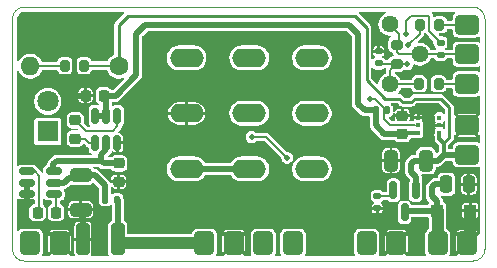
<source format=gbr>
%TF.GenerationSoftware,KiCad,Pcbnew,9.0.2*%
%TF.CreationDate,2025-07-23T23:09:00-07:00*%
%TF.ProjectId,3pdt-pwr-breakout-neg-V2,33706474-2d70-4777-922d-627265616b6f,rev?*%
%TF.SameCoordinates,Original*%
%TF.FileFunction,Copper,L2,Bot*%
%TF.FilePolarity,Positive*%
%FSLAX46Y46*%
G04 Gerber Fmt 4.6, Leading zero omitted, Abs format (unit mm)*
G04 Created by KiCad (PCBNEW 9.0.2) date 2025-07-23 23:09:00*
%MOMM*%
%LPD*%
G01*
G04 APERTURE LIST*
G04 Aperture macros list*
%AMRoundRect*
0 Rectangle with rounded corners*
0 $1 Rounding radius*
0 $2 $3 $4 $5 $6 $7 $8 $9 X,Y pos of 4 corners*
0 Add a 4 corners polygon primitive as box body*
4,1,4,$2,$3,$4,$5,$6,$7,$8,$9,$2,$3,0*
0 Add four circle primitives for the rounded corners*
1,1,$1+$1,$2,$3*
1,1,$1+$1,$4,$5*
1,1,$1+$1,$6,$7*
1,1,$1+$1,$8,$9*
0 Add four rect primitives between the rounded corners*
20,1,$1+$1,$2,$3,$4,$5,0*
20,1,$1+$1,$4,$5,$6,$7,0*
20,1,$1+$1,$6,$7,$8,$9,0*
20,1,$1+$1,$8,$9,$2,$3,0*%
G04 Aperture macros list end*
%TA.AperFunction,SMDPad,CuDef*%
%ADD10RoundRect,0.093750X-0.093750X-0.106250X0.093750X-0.106250X0.093750X0.106250X-0.093750X0.106250X0*%
%TD*%
%TA.AperFunction,HeatsinkPad*%
%ADD11R,1.000000X1.600000*%
%TD*%
%TA.AperFunction,ComponentPad*%
%ADD12RoundRect,0.247500X0.577500X0.727500X-0.577500X0.727500X-0.577500X-0.727500X0.577500X-0.727500X0*%
%TD*%
%TA.AperFunction,ComponentPad*%
%ADD13RoundRect,0.247500X0.727500X-0.577500X0.727500X0.577500X-0.727500X0.577500X-0.727500X-0.577500X0*%
%TD*%
%TA.AperFunction,ComponentPad*%
%ADD14RoundRect,0.247500X-0.727500X0.577500X-0.727500X-0.577500X0.727500X-0.577500X0.727500X0.577500X0*%
%TD*%
%TA.AperFunction,ComponentPad*%
%ADD15C,1.600000*%
%TD*%
%TA.AperFunction,ComponentPad*%
%ADD16O,1.600000X1.600000*%
%TD*%
%TA.AperFunction,ComponentPad*%
%ADD17C,1.440000*%
%TD*%
%TA.AperFunction,SMDPad,CuDef*%
%ADD18RoundRect,0.135000X-0.135000X-0.185000X0.135000X-0.185000X0.135000X0.185000X-0.135000X0.185000X0*%
%TD*%
%TA.AperFunction,SMDPad,CuDef*%
%ADD19RoundRect,0.150000X0.512500X0.150000X-0.512500X0.150000X-0.512500X-0.150000X0.512500X-0.150000X0*%
%TD*%
%TA.AperFunction,SMDPad,CuDef*%
%ADD20RoundRect,0.250000X-0.300000X-0.300000X0.300000X-0.300000X0.300000X0.300000X-0.300000X0.300000X0*%
%TD*%
%TA.AperFunction,SMDPad,CuDef*%
%ADD21RoundRect,0.225000X-0.250000X0.225000X-0.250000X-0.225000X0.250000X-0.225000X0.250000X0.225000X0*%
%TD*%
%TA.AperFunction,SMDPad,CuDef*%
%ADD22RoundRect,0.150000X-0.150000X0.587500X-0.150000X-0.587500X0.150000X-0.587500X0.150000X0.587500X0*%
%TD*%
%TA.AperFunction,ComponentPad*%
%ADD23R,1.800000X1.800000*%
%TD*%
%TA.AperFunction,ComponentPad*%
%ADD24C,1.800000*%
%TD*%
%TA.AperFunction,SMDPad,CuDef*%
%ADD25RoundRect,0.135000X0.185000X-0.135000X0.185000X0.135000X-0.185000X0.135000X-0.185000X-0.135000X0*%
%TD*%
%TA.AperFunction,ComponentPad*%
%ADD26O,2.850000X1.600000*%
%TD*%
%TA.AperFunction,SMDPad,CuDef*%
%ADD27RoundRect,0.250000X-0.650000X0.325000X-0.650000X-0.325000X0.650000X-0.325000X0.650000X0.325000X0*%
%TD*%
%TA.AperFunction,SMDPad,CuDef*%
%ADD28RoundRect,0.135000X-0.185000X0.135000X-0.185000X-0.135000X0.185000X-0.135000X0.185000X0.135000X0*%
%TD*%
%TA.AperFunction,SMDPad,CuDef*%
%ADD29RoundRect,0.200000X0.200000X0.275000X-0.200000X0.275000X-0.200000X-0.275000X0.200000X-0.275000X0*%
%TD*%
%TA.AperFunction,SMDPad,CuDef*%
%ADD30RoundRect,0.200000X-0.275000X0.200000X-0.275000X-0.200000X0.275000X-0.200000X0.275000X0.200000X0*%
%TD*%
%TA.AperFunction,SMDPad,CuDef*%
%ADD31RoundRect,0.225000X0.250000X-0.225000X0.250000X0.225000X-0.250000X0.225000X-0.250000X-0.225000X0*%
%TD*%
%TA.AperFunction,SMDPad,CuDef*%
%ADD32RoundRect,0.250000X-0.250000X-0.475000X0.250000X-0.475000X0.250000X0.475000X-0.250000X0.475000X0*%
%TD*%
%TA.AperFunction,SMDPad,CuDef*%
%ADD33RoundRect,0.250000X0.325000X0.650000X-0.325000X0.650000X-0.325000X-0.650000X0.325000X-0.650000X0*%
%TD*%
%TA.AperFunction,SMDPad,CuDef*%
%ADD34RoundRect,0.250000X0.325000X1.100000X-0.325000X1.100000X-0.325000X-1.100000X0.325000X-1.100000X0*%
%TD*%
%TA.AperFunction,SMDPad,CuDef*%
%ADD35RoundRect,0.150000X0.150000X-0.512500X0.150000X0.512500X-0.150000X0.512500X-0.150000X-0.512500X0*%
%TD*%
%TA.AperFunction,SMDPad,CuDef*%
%ADD36RoundRect,0.225000X-0.225000X-0.250000X0.225000X-0.250000X0.225000X0.250000X-0.225000X0.250000X0*%
%TD*%
%TA.AperFunction,SMDPad,CuDef*%
%ADD37RoundRect,0.140000X-0.140000X-0.170000X0.140000X-0.170000X0.140000X0.170000X-0.140000X0.170000X0*%
%TD*%
%TA.AperFunction,ViaPad*%
%ADD38C,0.500000*%
%TD*%
%TA.AperFunction,Conductor*%
%ADD39C,0.200000*%
%TD*%
%TA.AperFunction,Conductor*%
%ADD40C,0.500000*%
%TD*%
%TA.AperFunction,Conductor*%
%ADD41C,0.250000*%
%TD*%
%TA.AperFunction,Conductor*%
%ADD42C,1.000000*%
%TD*%
%TA.AperFunction,Conductor*%
%ADD43C,0.300000*%
%TD*%
%TA.AperFunction,Profile*%
%ADD44C,0.100000*%
%TD*%
G04 APERTURE END LIST*
D10*
%TO.P,U1,1,OUT*%
%TO.N,+4V5*%
X81862500Y-61650000D03*
%TO.P,U1,2,FB*%
%TO.N,/FB*%
X81862500Y-61000000D03*
%TO.P,U1,3,GND*%
%TO.N,GND*%
X81862500Y-60350000D03*
%TO.P,U1,4,EN*%
%TO.N,unconnected-(U1-EN-Pad4)*%
X83637500Y-60350000D03*
%TO.P,U1,5,GND*%
%TO.N,GND*%
X83637500Y-61000000D03*
%TO.P,U1,6,IN*%
%TO.N,+9V*%
X83637500Y-61650000D03*
D11*
%TO.P,U1,7,PAD*%
%TO.N,GND*%
X82750000Y-61000000D03*
%TD*%
D12*
%TO.P,WP5,1,1*%
%TO.N,/IN*%
X77500000Y-71000000D03*
%TD*%
D13*
%TO.P,WP11,1,1*%
%TO.N,+9V*%
X86000000Y-63500000D03*
%TD*%
D12*
%TO.P,WP7,1,1*%
%TO.N,/RETURN*%
X68750000Y-71000000D03*
%TD*%
D14*
%TO.P,WP15,1,1*%
%TO.N,Net-(R8-Pad1)*%
X86000000Y-52500000D03*
%TD*%
D13*
%TO.P,WP12,1,1*%
%TO.N,GND*%
X86000000Y-61000000D03*
%TD*%
D12*
%TO.P,WP4,1,1*%
%TO.N,GND*%
X51500000Y-71000000D03*
%TD*%
D15*
%TO.P,R1,1*%
%TO.N,+9V*%
X56500000Y-56000000D03*
D16*
%TO.P,R1,2*%
%TO.N,/LED+*%
X49000000Y-56000000D03*
%TD*%
D12*
%TO.P,WP3,1,1*%
%TO.N,/OUT*%
X49000000Y-71000000D03*
%TD*%
D14*
%TO.P,WP14,1,1*%
%TO.N,Net-(R7-Pad1)*%
X86000000Y-57500000D03*
%TD*%
%TO.P,WP13,1,1*%
%TO.N,/FB_A*%
X86000000Y-55000000D03*
%TD*%
D12*
%TO.P,WP2,1,1*%
%TO.N,GND*%
X86000000Y-71000000D03*
%TD*%
%TO.P,WP6,1,1*%
%TO.N,GND*%
X80000000Y-71000000D03*
%TD*%
%TO.P,WP8,1,1*%
%TO.N,/SEND*%
X71250000Y-71000000D03*
%TD*%
%TO.P,WP9,1,1*%
%TO.N,-9V*%
X63750000Y-71000000D03*
%TD*%
%TO.P,WP1,1,1*%
%TO.N,+9VIN*%
X83500000Y-71000000D03*
%TD*%
D17*
%TO.P,RV1,1,1*%
%TO.N,/FB_A*%
X79460000Y-52460000D03*
%TO.P,RV1,2,2*%
X82000000Y-55000000D03*
%TO.P,RV1,3,3*%
%TO.N,/FB*%
X79460000Y-57540000D03*
%TD*%
D12*
%TO.P,WP10,1,1*%
%TO.N,GND*%
X66250000Y-71000000D03*
%TD*%
D18*
%TO.P,R9,1*%
%TO.N,-9V_PRE*%
X55350000Y-67296750D03*
%TO.P,R9,2*%
%TO.N,-9V*%
X56370000Y-67296750D03*
%TD*%
D19*
%TO.P,U3,1,GND*%
%TO.N,-4V5*%
X51000000Y-64918250D03*
%TO.P,U3,2,OUT*%
%TO.N,-9V_PRE*%
X51000000Y-65868250D03*
%TO.P,U3,3,CAP-*%
%TO.N,/-CAP_B*%
X51000000Y-66818250D03*
%TO.P,U3,4,nSD*%
%TO.N,GND*%
X48725000Y-66818250D03*
%TO.P,U3,5,V+*%
X48725000Y-65868250D03*
%TO.P,U3,6,CAP+*%
%TO.N,/+CAP_B*%
X48725000Y-64918250D03*
%TD*%
D20*
%TO.P,D1,1,A1*%
%TO.N,+9VIN*%
X83450000Y-68250000D03*
%TO.P,D1,2,A2*%
%TO.N,GND*%
X86250000Y-68250000D03*
%TD*%
D21*
%TO.P,C10,1*%
%TO.N,GND*%
X80500000Y-60200000D03*
%TO.P,C10,2*%
%TO.N,+4V5*%
X80500000Y-61750000D03*
%TD*%
D22*
%TO.P,Q1,1,G*%
%TO.N,/Q1_G*%
X79750000Y-66500000D03*
%TO.P,Q1,2,S*%
%TO.N,+9V*%
X81650000Y-66500000D03*
%TO.P,Q1,3,D*%
%TO.N,+9VIN*%
X80700000Y-68375000D03*
%TD*%
D23*
%TO.P,D2,1,K*%
%TO.N,/LED-*%
X50500000Y-61525000D03*
D24*
%TO.P,D2,2,A*%
%TO.N,/LED+*%
X50500000Y-58985000D03*
%TD*%
D25*
%TO.P,R5,1*%
%TO.N,/FB*%
X78500000Y-55770000D03*
%TO.P,R5,2*%
%TO.N,GND*%
X78500000Y-54750000D03*
%TD*%
D21*
%TO.P,C5,1*%
%TO.N,/+CAP_A*%
X52820501Y-60585000D03*
%TO.P,C5,2*%
%TO.N,/-CAP_A*%
X52820501Y-62135000D03*
%TD*%
D26*
%TO.P,SW1,1,A*%
%TO.N,/IN*%
X72850000Y-64700000D03*
%TO.P,SW1,2,B*%
%TO.N,/OUT*%
X72850000Y-60000000D03*
%TO.P,SW1,3,C*%
%TO.N,/RETURN*%
X72850000Y-55300000D03*
%TO.P,SW1,4,A*%
%TO.N,/GND_SW*%
X67550000Y-64700000D03*
%TO.P,SW1,5,B*%
%TO.N,/SEND*%
X67550000Y-60000000D03*
%TO.P,SW1,6,C*%
%TO.N,/IN*%
X67550000Y-55300000D03*
%TO.P,SW1,7,A*%
%TO.N,/GND_SW*%
X62250000Y-64700000D03*
%TO.P,SW1,8,B*%
%TO.N,GND*%
X62250000Y-60000000D03*
%TO.P,SW1,9,C*%
%TO.N,/LED-*%
X62250000Y-55300000D03*
%TD*%
D27*
%TO.P,C8,1*%
%TO.N,-9V_PRE*%
X53293250Y-65215000D03*
%TO.P,C8,2*%
%TO.N,GND*%
X53293250Y-68165000D03*
%TD*%
D28*
%TO.P,R3,1*%
%TO.N,/Q1_G*%
X78400000Y-67000000D03*
%TO.P,R3,2*%
%TO.N,GND*%
X78400000Y-68020000D03*
%TD*%
D29*
%TO.P,R2,1*%
%TO.N,+9V*%
X53575000Y-55950000D03*
%TO.P,R2,2*%
%TO.N,/LED+*%
X51925000Y-55950000D03*
%TD*%
D30*
%TO.P,R6,1*%
%TO.N,/FB_A*%
X80020000Y-54175000D03*
%TO.P,R6,2*%
%TO.N,/FB*%
X80020000Y-55825000D03*
%TD*%
D28*
%TO.P,R4,1*%
%TO.N,+4V5*%
X83750000Y-54000000D03*
%TO.P,R4,2*%
%TO.N,/FB_A*%
X83750000Y-55020000D03*
%TD*%
D31*
%TO.P,C6,1*%
%TO.N,GND*%
X56500000Y-65775000D03*
%TO.P,C6,2*%
%TO.N,-4V5*%
X56500000Y-64225000D03*
%TD*%
D32*
%TO.P,C1,1*%
%TO.N,+9VIN*%
X84250000Y-66000000D03*
%TO.P,C1,2*%
%TO.N,GND*%
X86150000Y-66000000D03*
%TD*%
D29*
%TO.P,R7,1*%
%TO.N,Net-(R7-Pad1)*%
X83575000Y-57500000D03*
%TO.P,R7,2*%
%TO.N,/FB*%
X81925000Y-57500000D03*
%TD*%
D33*
%TO.P,C2,1*%
%TO.N,+9V*%
X82500000Y-64000000D03*
%TO.P,C2,2*%
%TO.N,GND*%
X79550000Y-64000000D03*
%TD*%
D34*
%TO.P,C9,1*%
%TO.N,-9V*%
X56415000Y-70656750D03*
%TO.P,C9,2*%
%TO.N,GND*%
X53465000Y-70656750D03*
%TD*%
D35*
%TO.P,U2,1,GND*%
%TO.N,GND*%
X56394001Y-62487500D03*
%TO.P,U2,2,OUT*%
%TO.N,-4V5*%
X55444001Y-62487500D03*
%TO.P,U2,3,CAP-*%
%TO.N,/-CAP_A*%
X54494001Y-62487500D03*
%TO.P,U2,4,nSD*%
%TO.N,+4V5*%
X54494001Y-60212500D03*
%TO.P,U2,5,V+*%
X55444001Y-60212500D03*
%TO.P,U2,6,CAP+*%
%TO.N,/+CAP_A*%
X56394001Y-60212500D03*
%TD*%
D36*
%TO.P,C4,1*%
%TO.N,GND*%
X53687251Y-58500000D03*
%TO.P,C4,2*%
%TO.N,+4V5*%
X55237251Y-58500000D03*
%TD*%
D29*
%TO.P,R8,1*%
%TO.N,Net-(R8-Pad1)*%
X83650000Y-52500000D03*
%TO.P,R8,2*%
%TO.N,/FB*%
X82000000Y-52500000D03*
%TD*%
D37*
%TO.P,C3,1*%
%TO.N,+4V5*%
X78250000Y-59750000D03*
%TO.P,C3,2*%
%TO.N,/FB*%
X79210000Y-59750000D03*
%TD*%
D36*
%TO.P,C7,1*%
%TO.N,/+CAP_B*%
X49637500Y-68396750D03*
%TO.P,C7,2*%
%TO.N,/-CAP_B*%
X51187500Y-68396750D03*
%TD*%
D38*
%TO.N,GND*%
X71250000Y-69000000D03*
X52250000Y-63250000D03*
X59750000Y-69000000D03*
X75500000Y-62000000D03*
X52250000Y-51750000D03*
X83750000Y-56250000D03*
X63250000Y-66250000D03*
X84500000Y-53500000D03*
X48250000Y-53750000D03*
X77250000Y-65000000D03*
X77250000Y-61000000D03*
X84250000Y-64500000D03*
X82500000Y-59500000D03*
X65000000Y-55250000D03*
X54250000Y-66750000D03*
X78500000Y-54000000D03*
X81750000Y-59500000D03*
X50250000Y-63250000D03*
X53500000Y-63250000D03*
X55000000Y-68500000D03*
X54250000Y-51750000D03*
X76000000Y-54000000D03*
X58000000Y-65000000D03*
X58000000Y-61000000D03*
X69000000Y-63000000D03*
X52487251Y-58500000D03*
X65250000Y-69000000D03*
X73250000Y-69000000D03*
X79250000Y-69000000D03*
X65500000Y-65750000D03*
X75500000Y-66000000D03*
X70000000Y-62000000D03*
X80500000Y-65250000D03*
X75250000Y-69000000D03*
X58000000Y-63000000D03*
X58000000Y-59000000D03*
X61250000Y-67000000D03*
X48250000Y-57250000D03*
X77900000Y-51800000D03*
X77250000Y-67000000D03*
X82500000Y-53750000D03*
X56250000Y-51750000D03*
X69250000Y-69000000D03*
X83000000Y-62500000D03*
X85000000Y-67500000D03*
X63250000Y-69000000D03*
X61250000Y-69000000D03*
X75500000Y-60000000D03*
X68700000Y-53900000D03*
X84500000Y-51750000D03*
X58000000Y-67000000D03*
X59100000Y-53400000D03*
X48250000Y-63250000D03*
X83250000Y-59500000D03*
X81000000Y-62750000D03*
X48500000Y-52000000D03*
X58000000Y-69000000D03*
X78250000Y-56750000D03*
X77250000Y-63000000D03*
X48250000Y-61250000D03*
X48250000Y-68000000D03*
X62250000Y-57750000D03*
X74750000Y-57250000D03*
X48250000Y-59250000D03*
X70000000Y-60000000D03*
X70000000Y-64750000D03*
X48250000Y-69000000D03*
X71250000Y-63000000D03*
X80750000Y-56750000D03*
X52500000Y-66750000D03*
X50250000Y-51750000D03*
X67250000Y-69000000D03*
X82000000Y-62500000D03*
X65000000Y-53900000D03*
X67500000Y-57500000D03*
X77250000Y-69000000D03*
X62250000Y-62500000D03*
X85000000Y-69250000D03*
X73750000Y-54000000D03*
X62300000Y-53400000D03*
X65000000Y-60000000D03*
X76000000Y-57250000D03*
%TO.N,/SEND*%
X70750000Y-63750000D03*
X67750000Y-62000000D03*
%TO.N,+4V5*%
X76750000Y-53250000D03*
X80849727Y-53250000D03*
%TO.N,/FB*%
X80946783Y-55825000D03*
X81000000Y-54250000D03*
X77750000Y-58750000D03*
%TD*%
D39*
%TO.N,Net-(R8-Pad1)*%
X83650000Y-52500000D02*
X86000000Y-52500000D01*
%TO.N,Net-(R7-Pad1)*%
X83575000Y-57500000D02*
X86000000Y-57500000D01*
D40*
%TO.N,GND*%
X48725000Y-67525000D02*
X48250000Y-68000000D01*
X48725000Y-65868250D02*
X48725000Y-67525000D01*
D41*
%TO.N,+9V*%
X56500000Y-52500000D02*
X56500000Y-56000000D01*
X57250000Y-51750000D02*
X56500000Y-52500000D01*
X76500000Y-51750000D02*
X57250000Y-51750000D01*
X77500000Y-57173416D02*
X77500000Y-52750000D01*
X77500000Y-52750000D02*
X76500000Y-51750000D01*
X79076584Y-58750000D02*
X77500000Y-57173416D01*
X81564588Y-58750000D02*
X81264588Y-59050000D01*
X80550000Y-59050000D02*
X80250000Y-58750000D01*
X83750000Y-58750000D02*
X81564588Y-58750000D01*
X84500000Y-59500000D02*
X83750000Y-58750000D01*
X81264588Y-59050000D02*
X80550000Y-59050000D01*
X84500000Y-62000000D02*
X84500000Y-59500000D01*
X84000000Y-62500000D02*
X84500000Y-62000000D01*
X80250000Y-58750000D02*
X79076584Y-58750000D01*
D42*
%TO.N,-9V*%
X63250000Y-71000000D02*
X56758250Y-71000000D01*
D39*
%TO.N,GND*%
X78500000Y-54750000D02*
X78500000Y-54000000D01*
D40*
X86250000Y-70750000D02*
X86000000Y-71000000D01*
X53465000Y-68336750D02*
X53293250Y-68165000D01*
X53465000Y-70656750D02*
X53465000Y-68336750D01*
X53687251Y-58500000D02*
X52487251Y-58500000D01*
D42*
X86250000Y-68250000D02*
X86250000Y-70750000D01*
D43*
%TO.N,+9V*%
X84000000Y-63500000D02*
X84000000Y-62500000D01*
D40*
X82500000Y-64000000D02*
X83500000Y-64000000D01*
X83500000Y-64000000D02*
X84000000Y-63500000D01*
X81650000Y-66500000D02*
X81650000Y-65400000D01*
X81250000Y-65000000D02*
X81250000Y-64250000D01*
X81650000Y-65400000D02*
X81250000Y-65000000D01*
X81500000Y-64000000D02*
X82500000Y-64000000D01*
D39*
X53575000Y-55950000D02*
X56450000Y-55950000D01*
D43*
X84000000Y-62500000D02*
X83637500Y-62137500D01*
D40*
X56450000Y-55950000D02*
X56500000Y-56000000D01*
D43*
X83637500Y-62137500D02*
X83637500Y-61650000D01*
D40*
X81250000Y-64250000D02*
X81500000Y-64000000D01*
X84000000Y-63500000D02*
X86000000Y-63500000D01*
D39*
%TO.N,/LED+*%
X51875000Y-56000000D02*
X51925000Y-55950000D01*
X49000000Y-56000000D02*
X51875000Y-56000000D01*
%TO.N,/SEND*%
X69000000Y-62000000D02*
X67750000Y-62000000D01*
X70750000Y-63750000D02*
X69000000Y-62000000D01*
%TO.N,+4V5*%
X81276000Y-51724000D02*
X81250000Y-51750000D01*
X82724000Y-51724000D02*
X81276000Y-51724000D01*
X81250000Y-51750000D02*
X80849727Y-52150273D01*
D40*
X76000000Y-52500000D02*
X58750000Y-52500000D01*
D39*
X82750000Y-53000000D02*
X82750000Y-51750000D01*
D40*
X79000000Y-61750000D02*
X80500000Y-61750000D01*
X78250000Y-59750000D02*
X77333088Y-59750000D01*
X58000000Y-53250000D02*
X58000000Y-56750000D01*
X58750000Y-52500000D02*
X58000000Y-53250000D01*
X58000000Y-56750000D02*
X56250000Y-58500000D01*
D39*
X82750000Y-51750000D02*
X82724000Y-51724000D01*
X80849727Y-53250000D02*
X80849727Y-53301263D01*
D40*
X77333088Y-59750000D02*
X76750000Y-59166912D01*
X76750000Y-59166912D02*
X76750000Y-53250000D01*
X78250000Y-59750000D02*
X78250000Y-61000000D01*
D39*
X80849727Y-52150273D02*
X80849727Y-53250000D01*
X83500000Y-54000000D02*
X83750000Y-54000000D01*
D40*
X55444001Y-58706750D02*
X55237251Y-58500000D01*
X76750000Y-53250000D02*
X76000000Y-52500000D01*
D43*
X81862500Y-61650000D02*
X80600000Y-61650000D01*
D39*
X83750000Y-54000000D02*
X82750000Y-53000000D01*
D40*
X56250000Y-58500000D02*
X55237251Y-58500000D01*
X55444001Y-60212500D02*
X55444001Y-58706750D01*
X78250000Y-61000000D02*
X79000000Y-61750000D01*
X55444001Y-60212500D02*
X54494001Y-60212500D01*
D43*
X80600000Y-61650000D02*
X80500000Y-61750000D01*
D40*
%TO.N,-4V5*%
X51250000Y-64000000D02*
X55000000Y-64000000D01*
X55000000Y-64000000D02*
X55000000Y-63500000D01*
X56500000Y-64225000D02*
X55225000Y-64225000D01*
X50947500Y-64918250D02*
X50947500Y-64302500D01*
X55225000Y-64225000D02*
X55000000Y-64000000D01*
X55000000Y-63500000D02*
X55444001Y-63055999D01*
X55444001Y-63055999D02*
X55444001Y-62487500D01*
X50947500Y-64302500D02*
X51250000Y-64000000D01*
%TO.N,-9V_PRE*%
X53008250Y-65500000D02*
X52250000Y-65500000D01*
X54465000Y-65215000D02*
X53293250Y-65215000D01*
X51881750Y-65868250D02*
X50947500Y-65868250D01*
X55350000Y-66100000D02*
X54465000Y-65215000D01*
X55350000Y-67296750D02*
X55350000Y-66100000D01*
X53293250Y-65215000D02*
X53008250Y-65500000D01*
X52250000Y-65500000D02*
X51881750Y-65868250D01*
%TO.N,-9V*%
X56415000Y-67341750D02*
X56370000Y-67296750D01*
X56758250Y-71000000D02*
X56415000Y-70656750D01*
X56415000Y-70656750D02*
X56415000Y-67341750D01*
%TO.N,+9VIN*%
X84250000Y-66000000D02*
X83250000Y-66000000D01*
X83450000Y-67450000D02*
X83450000Y-68250000D01*
D42*
X83500000Y-71000000D02*
X83500000Y-68300000D01*
D40*
X83250000Y-66000000D02*
X83000000Y-66250000D01*
X83500000Y-68300000D02*
X83450000Y-68250000D01*
X80825000Y-68250000D02*
X80700000Y-68375000D01*
X83000000Y-66250000D02*
X83000000Y-67000000D01*
X83450000Y-68250000D02*
X80825000Y-68250000D01*
X83000000Y-67000000D02*
X83450000Y-67450000D01*
D39*
%TO.N,/FB*%
X80020000Y-55825000D02*
X78555000Y-55825000D01*
X79500000Y-57500000D02*
X79500000Y-56345000D01*
X78186826Y-58750000D02*
X79000000Y-59563174D01*
X79000000Y-59563174D02*
X79000000Y-60500000D01*
X80020000Y-55825000D02*
X80020000Y-55770000D01*
X78555000Y-55825000D02*
X78500000Y-55770000D01*
X82000000Y-53250000D02*
X82000000Y-52500000D01*
X79500000Y-56345000D02*
X80020000Y-55825000D01*
X79500000Y-57500000D02*
X79460000Y-57540000D01*
X80020000Y-55825000D02*
X80825000Y-55825000D01*
X81000000Y-54250000D02*
X82000000Y-53250000D01*
X79000000Y-60500000D02*
X79500000Y-61000000D01*
X79500000Y-61000000D02*
X81612500Y-61000000D01*
X79460000Y-57460000D02*
X79460000Y-57540000D01*
X77750000Y-58750000D02*
X78186826Y-58750000D01*
X81675000Y-57500000D02*
X79500000Y-57500000D01*
%TO.N,/-CAP_A*%
X53622251Y-62135000D02*
X53974751Y-62487500D01*
X53974751Y-62487500D02*
X54494001Y-62487500D01*
X52820501Y-62135000D02*
X53622251Y-62135000D01*
%TO.N,/+CAP_A*%
X52820501Y-60585000D02*
X52822251Y-60585000D01*
X52822251Y-60585000D02*
X53737251Y-61500000D01*
X56394001Y-61105999D02*
X56394001Y-60212500D01*
X53737251Y-61500000D02*
X56000000Y-61500000D01*
X56000000Y-61500000D02*
X56394001Y-61105999D01*
%TO.N,/-CAP_B*%
X51187500Y-68396750D02*
X51187500Y-67005750D01*
X51187500Y-67005750D02*
X51000000Y-66818250D01*
%TO.N,/+CAP_B*%
X49387499Y-64918250D02*
X48725000Y-64918250D01*
X49637500Y-68396750D02*
X49750000Y-68284250D01*
X49750000Y-65280751D02*
X49387499Y-64918250D01*
X49750000Y-68284250D02*
X49750000Y-65280751D01*
%TO.N,/FB_A*%
X80020000Y-54175000D02*
X80020000Y-54770000D01*
X82000000Y-55000000D02*
X86000000Y-55000000D01*
X80020000Y-54770000D02*
X80250000Y-55000000D01*
X80250000Y-53945000D02*
X80250000Y-53250000D01*
X80250000Y-55000000D02*
X82000000Y-55000000D01*
X79955000Y-54240000D02*
X80020000Y-54175000D01*
X80250000Y-53250000D02*
X79460000Y-52460000D01*
X80020000Y-54175000D02*
X80250000Y-53945000D01*
%TO.N,/Q1_G*%
X79000000Y-67000000D02*
X79750000Y-67000000D01*
X78500000Y-67000000D02*
X79000000Y-67000000D01*
D40*
%TO.N,/GND_SW*%
X67550000Y-64700000D02*
X62250000Y-64700000D01*
%TD*%
%TA.AperFunction,Conductor*%
%TO.N,GND*%
G36*
X54412684Y-65871563D02*
G01*
X54420663Y-65878477D01*
X54827826Y-66285640D01*
X54849500Y-66337966D01*
X54849500Y-66964534D01*
X54841982Y-66997032D01*
X54840419Y-67000228D01*
X54840418Y-67000231D01*
X54829500Y-67075163D01*
X54829500Y-67518336D01*
X54832032Y-67535711D01*
X54840418Y-67593268D01*
X54896924Y-67708852D01*
X54987898Y-67799826D01*
X55103482Y-67856332D01*
X55178418Y-67867250D01*
X55178424Y-67867250D01*
X55521576Y-67867250D01*
X55521582Y-67867250D01*
X55596518Y-67856332D01*
X55712102Y-67799826D01*
X55788174Y-67723754D01*
X55840500Y-67702080D01*
X55892826Y-67723754D01*
X55914500Y-67776080D01*
X55914500Y-69036647D01*
X55892826Y-69088973D01*
X55866362Y-69105981D01*
X55847669Y-69112953D01*
X55732454Y-69199204D01*
X55646203Y-69314419D01*
X55646202Y-69314420D01*
X55595910Y-69449262D01*
X55595909Y-69449267D01*
X55589500Y-69508876D01*
X55589500Y-71804623D01*
X55595909Y-71864235D01*
X55646412Y-71999640D01*
X55644391Y-72056241D01*
X55602938Y-72094834D01*
X55577078Y-72099500D01*
X54185048Y-72099500D01*
X54132722Y-72077826D01*
X54111048Y-72025500D01*
X54119114Y-71991904D01*
X54175164Y-71881900D01*
X54175164Y-71881898D01*
X54190000Y-71788231D01*
X54190000Y-70781750D01*
X52740001Y-70781750D01*
X52740001Y-71788232D01*
X52754834Y-71881898D01*
X52754835Y-71881900D01*
X52810886Y-71991904D01*
X52815330Y-72048367D01*
X52778548Y-72091434D01*
X52744952Y-72099500D01*
X52419187Y-72099500D01*
X52366861Y-72077826D01*
X52345187Y-72025500D01*
X52345187Y-72021963D01*
X51735652Y-71412428D01*
X51791657Y-71380095D01*
X51880095Y-71291657D01*
X51912428Y-71235652D01*
X52469606Y-71792830D01*
X52475000Y-71758783D01*
X52475000Y-70241215D01*
X52469607Y-70207167D01*
X51912428Y-70764346D01*
X51880095Y-70708343D01*
X51791657Y-70619905D01*
X51735652Y-70587571D01*
X52345187Y-69978037D01*
X52314057Y-69946907D01*
X52201865Y-69889742D01*
X52108785Y-69875000D01*
X50891215Y-69875000D01*
X50798134Y-69889742D01*
X50685942Y-69946907D01*
X50654813Y-69978037D01*
X51264347Y-70587571D01*
X51208343Y-70619905D01*
X51119905Y-70708343D01*
X51087571Y-70764347D01*
X50530392Y-70207168D01*
X50530391Y-70207168D01*
X50525000Y-70241214D01*
X50525000Y-71758786D01*
X50530391Y-71792830D01*
X50530392Y-71792830D01*
X51087570Y-71235651D01*
X51119905Y-71291657D01*
X51208343Y-71380095D01*
X51264347Y-71412428D01*
X50654813Y-72021963D01*
X50654813Y-72025500D01*
X50633139Y-72077826D01*
X50580813Y-72099500D01*
X50068937Y-72099500D01*
X50016611Y-72077826D01*
X49994937Y-72025500D01*
X50009697Y-71981153D01*
X50011251Y-71979075D01*
X50019079Y-71968620D01*
X50069123Y-71834446D01*
X50075500Y-71775132D01*
X50075500Y-70224868D01*
X50069123Y-70165554D01*
X50060249Y-70141764D01*
X50019080Y-70031381D01*
X50019079Y-70031380D01*
X49989399Y-69991732D01*
X49975837Y-69973617D01*
X49933260Y-69916740D01*
X49818620Y-69830921D01*
X49818619Y-69830920D01*
X49818618Y-69830919D01*
X49684450Y-69780878D01*
X49684447Y-69780877D01*
X49684446Y-69780877D01*
X49654789Y-69777688D01*
X49625133Y-69774500D01*
X49625132Y-69774500D01*
X48374868Y-69774500D01*
X48374867Y-69774500D01*
X48315554Y-69780877D01*
X48315549Y-69780878D01*
X48181381Y-69830919D01*
X48181380Y-69830920D01*
X48066740Y-69916740D01*
X48033740Y-69960822D01*
X47985030Y-69989722D01*
X47930153Y-69975715D01*
X47901253Y-69927005D01*
X47900500Y-69916475D01*
X47900500Y-69525268D01*
X52740000Y-69525268D01*
X52740000Y-70531750D01*
X53340000Y-70531750D01*
X53590000Y-70531750D01*
X54189999Y-70531750D01*
X54189999Y-69525267D01*
X54175165Y-69431601D01*
X54175164Y-69431600D01*
X54117639Y-69318703D01*
X54028046Y-69229110D01*
X53915149Y-69171585D01*
X53821482Y-69156750D01*
X53590000Y-69156750D01*
X53590000Y-70531750D01*
X53340000Y-70531750D01*
X53340000Y-69156750D01*
X53108518Y-69156750D01*
X53014851Y-69171584D01*
X53014850Y-69171585D01*
X52901953Y-69229110D01*
X52812360Y-69318703D01*
X52754835Y-69431600D01*
X52754835Y-69431601D01*
X52740000Y-69525268D01*
X47900500Y-69525268D01*
X47900500Y-67259167D01*
X47922174Y-67206841D01*
X47974500Y-67185167D01*
X48026826Y-67206841D01*
X48040021Y-67220036D01*
X48142624Y-67265339D01*
X48142623Y-67265339D01*
X48167710Y-67268249D01*
X48600000Y-67268249D01*
X48600000Y-65942250D01*
X48621674Y-65889924D01*
X48674000Y-65868250D01*
X48776000Y-65868250D01*
X48828326Y-65889924D01*
X48850000Y-65942250D01*
X48850000Y-67268249D01*
X49282292Y-67268249D01*
X49312906Y-67264699D01*
X49313126Y-67266598D01*
X49362244Y-67272865D01*
X49396901Y-67317660D01*
X49399500Y-67337098D01*
X49399500Y-67601287D01*
X49377826Y-67653613D01*
X49333410Y-67674863D01*
X49310385Y-67677338D01*
X49182274Y-67725121D01*
X49072813Y-67807063D01*
X48990871Y-67916524D01*
X48943088Y-68044634D01*
X48943088Y-68044637D01*
X48937000Y-68101263D01*
X48937000Y-68692234D01*
X48937001Y-68692235D01*
X48943088Y-68748864D01*
X48990871Y-68876975D01*
X48990872Y-68876976D01*
X49072813Y-68986437D01*
X49182274Y-69068378D01*
X49182273Y-69068378D01*
X49230057Y-69086200D01*
X49310386Y-69116162D01*
X49367015Y-69122250D01*
X49907984Y-69122249D01*
X49964614Y-69116162D01*
X50092726Y-69068378D01*
X50202187Y-68986437D01*
X50284128Y-68876976D01*
X50331912Y-68748864D01*
X50338000Y-68692235D01*
X50337999Y-68101266D01*
X50331912Y-68044636D01*
X50284128Y-67916524D01*
X50202187Y-67807063D01*
X50202185Y-67807062D01*
X50202185Y-67807061D01*
X50130153Y-67753139D01*
X50101253Y-67704430D01*
X50100500Y-67693899D01*
X50100500Y-67326294D01*
X50122174Y-67273968D01*
X50174500Y-67252294D01*
X50226826Y-67273968D01*
X50249158Y-67296300D01*
X50362196Y-67353896D01*
X50455981Y-67368750D01*
X50763000Y-67368749D01*
X50815326Y-67390423D01*
X50837000Y-67442749D01*
X50837000Y-67634681D01*
X50815326Y-67687007D01*
X50788862Y-67704015D01*
X50732271Y-67725123D01*
X50622813Y-67807063D01*
X50540871Y-67916524D01*
X50493088Y-68044634D01*
X50493088Y-68044637D01*
X50487000Y-68101263D01*
X50487000Y-68692234D01*
X50487001Y-68692235D01*
X50493088Y-68748864D01*
X50540871Y-68876975D01*
X50540872Y-68876976D01*
X50622813Y-68986437D01*
X50732274Y-69068378D01*
X50732273Y-69068378D01*
X50780057Y-69086200D01*
X50860386Y-69116162D01*
X50917015Y-69122250D01*
X51457984Y-69122249D01*
X51514614Y-69116162D01*
X51642726Y-69068378D01*
X51752187Y-68986437D01*
X51834128Y-68876976D01*
X51881912Y-68748864D01*
X51888000Y-68692235D01*
X51888000Y-68521482D01*
X52243251Y-68521482D01*
X52258084Y-68615148D01*
X52258085Y-68615149D01*
X52315610Y-68728046D01*
X52405203Y-68817639D01*
X52518100Y-68875164D01*
X52611768Y-68889999D01*
X53168250Y-68889999D01*
X53418250Y-68889999D01*
X53974731Y-68889999D01*
X54068398Y-68875165D01*
X54068399Y-68875164D01*
X54181296Y-68817639D01*
X54270889Y-68728046D01*
X54328414Y-68615149D01*
X54328414Y-68615148D01*
X54343250Y-68521481D01*
X54343250Y-68290000D01*
X53418250Y-68290000D01*
X53418250Y-68889999D01*
X53168250Y-68889999D01*
X53168250Y-68290000D01*
X52243251Y-68290000D01*
X52243251Y-68521482D01*
X51888000Y-68521482D01*
X51887999Y-68101266D01*
X51881912Y-68044636D01*
X51834128Y-67916524D01*
X51753276Y-67808518D01*
X52243250Y-67808518D01*
X52243250Y-68040000D01*
X53168250Y-68040000D01*
X53418250Y-68040000D01*
X54343249Y-68040000D01*
X54343249Y-67808517D01*
X54328415Y-67714851D01*
X54328414Y-67714850D01*
X54270889Y-67601953D01*
X54181296Y-67512360D01*
X54068399Y-67454835D01*
X53974732Y-67440000D01*
X53418250Y-67440000D01*
X53418250Y-68040000D01*
X53168250Y-68040000D01*
X53168250Y-67440000D01*
X52611768Y-67440000D01*
X52518101Y-67454834D01*
X52518100Y-67454835D01*
X52405203Y-67512360D01*
X52315610Y-67601953D01*
X52258085Y-67714850D01*
X52258085Y-67714851D01*
X52243250Y-67808518D01*
X51753276Y-67808518D01*
X51752187Y-67807063D01*
X51680153Y-67753139D01*
X51642728Y-67725123D01*
X51642726Y-67725122D01*
X51595929Y-67707667D01*
X51586138Y-67704015D01*
X51544687Y-67665420D01*
X51538000Y-67634681D01*
X51538000Y-67432904D01*
X51559674Y-67380578D01*
X51600424Y-67359815D01*
X51637804Y-67353896D01*
X51750842Y-67296300D01*
X51840550Y-67206592D01*
X51898146Y-67093554D01*
X51913000Y-66999769D01*
X51912999Y-66636732D01*
X51907205Y-66600149D01*
X51898146Y-66542945D01*
X51898144Y-66542941D01*
X51864212Y-66476345D01*
X51859768Y-66419883D01*
X51896551Y-66376816D01*
X51930146Y-66368750D01*
X51947644Y-66368750D01*
X51947644Y-66368749D01*
X52074936Y-66334642D01*
X52189064Y-66268750D01*
X52420533Y-66037279D01*
X52472858Y-66015606D01*
X52498714Y-66020270D01*
X52535767Y-66034091D01*
X52595377Y-66040500D01*
X53991122Y-66040499D01*
X54050733Y-66034091D01*
X54132342Y-66003653D01*
X54185579Y-65983797D01*
X54185579Y-65983796D01*
X54185581Y-65983796D01*
X54300796Y-65897546D01*
X54309098Y-65886455D01*
X54357806Y-65857556D01*
X54412684Y-65871563D01*
G37*
%TD.AperFunction*%
%TA.AperFunction,Conductor*%
G36*
X75814360Y-53022174D02*
G01*
X76227826Y-53435640D01*
X76249500Y-53487966D01*
X76249500Y-59232806D01*
X76283606Y-59360093D01*
X76283610Y-59360102D01*
X76335838Y-59450563D01*
X76349500Y-59474226D01*
X77025774Y-60150500D01*
X77139902Y-60216392D01*
X77267193Y-60250499D01*
X77267194Y-60250500D01*
X77267196Y-60250500D01*
X77398980Y-60250500D01*
X77675500Y-60250500D01*
X77727826Y-60272174D01*
X77749500Y-60324500D01*
X77749500Y-61065894D01*
X77783606Y-61193181D01*
X77783610Y-61193190D01*
X77820718Y-61257462D01*
X77849500Y-61307314D01*
X78692686Y-62150500D01*
X78806814Y-62216392D01*
X78806815Y-62216392D01*
X78806817Y-62216393D01*
X78859701Y-62230563D01*
X78934104Y-62250499D01*
X78934105Y-62250500D01*
X78934107Y-62250500D01*
X78934108Y-62250500D01*
X79825221Y-62250500D01*
X79877547Y-62272174D01*
X79884461Y-62280153D01*
X79910311Y-62314685D01*
X79910312Y-62314685D01*
X79910313Y-62314687D01*
X80019774Y-62396628D01*
X80019773Y-62396628D01*
X80043520Y-62405485D01*
X80147886Y-62444412D01*
X80204515Y-62450500D01*
X80795484Y-62450499D01*
X80852114Y-62444412D01*
X80980226Y-62396628D01*
X81089687Y-62314687D01*
X81171628Y-62205226D01*
X81192040Y-62150500D01*
X81211384Y-62098639D01*
X81249978Y-62057187D01*
X81280718Y-62050500D01*
X81568799Y-62050500D01*
X81600072Y-62057433D01*
X81635137Y-62073783D01*
X81678277Y-62093900D01*
X81728409Y-62100500D01*
X81996590Y-62100499D01*
X82046723Y-62093900D01*
X82156750Y-62042594D01*
X82242594Y-61956750D01*
X82293900Y-61846723D01*
X82300500Y-61796591D01*
X82300499Y-61503410D01*
X82293900Y-61453277D01*
X82248665Y-61356271D01*
X82246196Y-61299690D01*
X82248653Y-61293755D01*
X82293900Y-61196723D01*
X82300500Y-61146591D01*
X82300499Y-60853410D01*
X82293900Y-60803277D01*
X82242594Y-60693250D01*
X82194690Y-60645346D01*
X82173016Y-60593020D01*
X82183553Y-60558290D01*
X82183068Y-60558090D01*
X82185110Y-60553159D01*
X82185492Y-60551901D01*
X82185857Y-60551354D01*
X82200000Y-60480253D01*
X82200000Y-60475000D01*
X81525001Y-60475000D01*
X81525001Y-60480253D01*
X81540564Y-60558505D01*
X81537410Y-60559132D01*
X81537420Y-60603805D01*
X81497380Y-60643861D01*
X81469047Y-60649500D01*
X81176208Y-60649500D01*
X81123882Y-60627826D01*
X81102208Y-60575500D01*
X81109727Y-60543000D01*
X81114379Y-60533483D01*
X81124999Y-60460592D01*
X81125000Y-60460581D01*
X81125000Y-60325000D01*
X79875000Y-60325000D01*
X79875000Y-60460592D01*
X79885620Y-60533483D01*
X79890273Y-60543000D01*
X79891320Y-60559876D01*
X79897792Y-60575500D01*
X79893007Y-60587050D01*
X79893782Y-60599528D01*
X79882589Y-60612202D01*
X79876118Y-60627826D01*
X79864566Y-60632610D01*
X79856292Y-60641981D01*
X79823792Y-60649500D01*
X79675834Y-60649500D01*
X79623508Y-60627826D01*
X79419070Y-60423388D01*
X79397396Y-60371062D01*
X79419070Y-60318736D01*
X79459822Y-60297973D01*
X79472175Y-60296017D01*
X79582391Y-60239859D01*
X79602504Y-60219746D01*
X81525000Y-60219746D01*
X81525000Y-60225000D01*
X81737500Y-60225000D01*
X81987500Y-60225000D01*
X82199999Y-60225000D01*
X82199999Y-60219746D01*
X82185858Y-60148645D01*
X82131984Y-60068016D01*
X82131983Y-60068015D01*
X82051356Y-60014143D01*
X81987500Y-60001441D01*
X81987500Y-60225000D01*
X81737500Y-60225000D01*
X81737500Y-60001441D01*
X81673643Y-60014143D01*
X81593016Y-60068015D01*
X81593015Y-60068016D01*
X81539143Y-60148643D01*
X81525000Y-60219746D01*
X79602504Y-60219746D01*
X79669859Y-60152391D01*
X79726017Y-60042175D01*
X79727883Y-60030392D01*
X79727911Y-60030218D01*
X79757504Y-59981927D01*
X79812576Y-59968705D01*
X79860867Y-59998298D01*
X79875000Y-60041794D01*
X79875000Y-60075000D01*
X80375000Y-60075000D01*
X80625000Y-60075000D01*
X81125000Y-60075000D01*
X81125000Y-59939418D01*
X81124999Y-59939407D01*
X81114379Y-59866517D01*
X81059412Y-59754082D01*
X80970917Y-59665587D01*
X80858482Y-59610620D01*
X80785592Y-59600000D01*
X80625000Y-59600000D01*
X80625000Y-60075000D01*
X80375000Y-60075000D01*
X80375000Y-59600000D01*
X80214407Y-59600000D01*
X80141517Y-59610620D01*
X80029082Y-59665587D01*
X79940587Y-59754082D01*
X79885618Y-59866522D01*
X79885199Y-59867879D01*
X79884605Y-59868594D01*
X79883096Y-59871682D01*
X79882347Y-59871316D01*
X79849039Y-59911471D01*
X79792647Y-59916727D01*
X79749055Y-59880567D01*
X79740499Y-59846029D01*
X79740499Y-59549266D01*
X79726017Y-59457825D01*
X79726016Y-59457823D01*
X79726016Y-59457822D01*
X79682261Y-59371950D01*
X79669859Y-59347609D01*
X79582391Y-59260141D01*
X79582390Y-59260140D01*
X79581327Y-59259368D01*
X79580866Y-59258616D01*
X79578273Y-59256023D01*
X79578895Y-59255400D01*
X79551733Y-59211078D01*
X79564954Y-59156005D01*
X79613244Y-59126411D01*
X79624822Y-59125500D01*
X80063811Y-59125500D01*
X80116137Y-59147174D01*
X80249525Y-59280562D01*
X80319438Y-59350475D01*
X80405062Y-59399910D01*
X80452813Y-59412705D01*
X80476688Y-59419102D01*
X80500563Y-59425500D01*
X80500564Y-59425500D01*
X81314024Y-59425500D01*
X81361774Y-59412705D01*
X81409526Y-59399910D01*
X81495150Y-59350475D01*
X81565063Y-59280562D01*
X81698451Y-59147174D01*
X81750777Y-59125500D01*
X83563811Y-59125500D01*
X83616137Y-59147174D01*
X84102826Y-59633863D01*
X84124500Y-59686189D01*
X84124500Y-59971504D01*
X84102826Y-60023830D01*
X84050500Y-60045504D01*
X83998174Y-60023830D01*
X83931748Y-59957404D01*
X83821723Y-59906100D01*
X83821721Y-59906099D01*
X83784789Y-59901237D01*
X83771591Y-59899500D01*
X83771589Y-59899500D01*
X83503410Y-59899500D01*
X83453278Y-59906099D01*
X83453275Y-59906100D01*
X83343249Y-59957406D01*
X83257404Y-60043251D01*
X83206100Y-60153276D01*
X83206099Y-60153278D01*
X83199500Y-60203410D01*
X83199500Y-60496589D01*
X83206099Y-60546721D01*
X83206100Y-60546724D01*
X83257406Y-60656750D01*
X83305309Y-60704653D01*
X83326983Y-60756979D01*
X83316449Y-60791712D01*
X83316932Y-60791912D01*
X83314902Y-60796810D01*
X83314517Y-60798083D01*
X83314145Y-60798639D01*
X83314142Y-60798645D01*
X83300000Y-60869746D01*
X83300000Y-60875000D01*
X83974999Y-60875000D01*
X83974999Y-60869746D01*
X83960858Y-60798645D01*
X83960489Y-60798093D01*
X83960359Y-60797440D01*
X83958069Y-60791912D01*
X83959168Y-60791456D01*
X83949437Y-60742545D01*
X83969689Y-60704654D01*
X83998175Y-60676169D01*
X84050501Y-60654496D01*
X84102827Y-60676171D01*
X84124500Y-60728496D01*
X84124500Y-61271504D01*
X84102826Y-61323830D01*
X84050500Y-61345504D01*
X83998174Y-61323830D01*
X83969690Y-61295346D01*
X83948016Y-61243020D01*
X83958553Y-61208290D01*
X83958068Y-61208090D01*
X83960110Y-61203159D01*
X83960492Y-61201901D01*
X83960857Y-61201354D01*
X83975000Y-61130253D01*
X83975000Y-61125000D01*
X83300001Y-61125000D01*
X83300001Y-61130253D01*
X83314141Y-61201350D01*
X83314143Y-61201355D01*
X83314515Y-61201912D01*
X83314645Y-61202567D01*
X83316931Y-61208085D01*
X83315832Y-61208539D01*
X83325560Y-61257462D01*
X83305309Y-61295345D01*
X83257409Y-61343245D01*
X83257404Y-61343251D01*
X83206100Y-61453276D01*
X83206099Y-61453278D01*
X83199500Y-61503410D01*
X83199500Y-61796589D01*
X83206099Y-61846721D01*
X83206100Y-61846723D01*
X83230067Y-61898120D01*
X83237000Y-61929394D01*
X83237000Y-62084773D01*
X83237000Y-62190227D01*
X83253150Y-62250500D01*
X83264293Y-62292088D01*
X83264295Y-62292092D01*
X83317017Y-62383409D01*
X83317018Y-62383410D01*
X83317020Y-62383413D01*
X83577826Y-62644219D01*
X83599500Y-62696544D01*
X83599500Y-63162033D01*
X83577826Y-63214359D01*
X83450842Y-63341343D01*
X83398516Y-63363017D01*
X83346190Y-63341343D01*
X83324940Y-63296927D01*
X83320087Y-63251786D01*
X83319091Y-63242517D01*
X83309384Y-63216491D01*
X83268797Y-63107670D01*
X83268796Y-63107669D01*
X83240503Y-63069875D01*
X83182546Y-62992454D01*
X83067331Y-62906204D01*
X83067330Y-62906203D01*
X83067329Y-62906202D01*
X82932487Y-62855910D01*
X82932484Y-62855909D01*
X82932483Y-62855909D01*
X82872873Y-62849500D01*
X82127126Y-62849500D01*
X82067514Y-62855909D01*
X81932670Y-62906202D01*
X81932669Y-62906203D01*
X81817454Y-62992454D01*
X81731203Y-63107669D01*
X81731202Y-63107670D01*
X81680910Y-63242512D01*
X81680909Y-63242517D01*
X81674500Y-63302126D01*
X81674500Y-63425500D01*
X81652826Y-63477826D01*
X81600500Y-63499500D01*
X81565892Y-63499500D01*
X81434107Y-63499500D01*
X81340806Y-63524499D01*
X81306816Y-63533607D01*
X81306809Y-63533610D01*
X81192685Y-63599500D01*
X80849500Y-63942685D01*
X80783610Y-64056809D01*
X80783606Y-64056818D01*
X80749500Y-64184105D01*
X80749500Y-65065894D01*
X80783606Y-65193181D01*
X80783610Y-65193190D01*
X80849500Y-65307314D01*
X81127826Y-65585640D01*
X81149500Y-65637966D01*
X81149500Y-65700451D01*
X81141435Y-65734046D01*
X81114354Y-65787195D01*
X81099500Y-65880980D01*
X81099500Y-67119019D01*
X81114353Y-67212804D01*
X81114354Y-67212806D01*
X81162509Y-67307314D01*
X81171950Y-67325842D01*
X81261658Y-67415550D01*
X81374696Y-67473146D01*
X81468481Y-67488000D01*
X81831518Y-67487999D01*
X81831519Y-67487999D01*
X81925304Y-67473146D01*
X81925306Y-67473145D01*
X81927419Y-67472068D01*
X82038342Y-67415550D01*
X82128050Y-67325842D01*
X82185646Y-67212804D01*
X82200500Y-67119019D01*
X82200499Y-65880982D01*
X82200102Y-65878477D01*
X82185646Y-65787196D01*
X82158565Y-65734046D01*
X82150500Y-65700451D01*
X82150500Y-65334109D01*
X82148566Y-65326892D01*
X82126262Y-65243651D01*
X82133655Y-65187499D01*
X82178589Y-65153020D01*
X82197734Y-65150499D01*
X82872872Y-65150499D01*
X82932483Y-65144091D01*
X83051317Y-65099769D01*
X83067329Y-65093797D01*
X83067329Y-65093796D01*
X83067331Y-65093796D01*
X83182546Y-65007546D01*
X83268796Y-64892331D01*
X83319091Y-64757483D01*
X83325500Y-64697873D01*
X83325500Y-64574500D01*
X83347174Y-64522174D01*
X83399500Y-64500500D01*
X83565894Y-64500500D01*
X83565894Y-64500499D01*
X83693186Y-64466392D01*
X83807314Y-64400500D01*
X84185640Y-64022174D01*
X84237966Y-64000500D01*
X84700500Y-64000500D01*
X84752826Y-64022174D01*
X84774500Y-64074500D01*
X84774500Y-64125132D01*
X84780877Y-64184445D01*
X84780878Y-64184450D01*
X84830919Y-64318618D01*
X84830920Y-64318619D01*
X84830921Y-64318620D01*
X84916740Y-64433260D01*
X85031380Y-64519079D01*
X85031381Y-64519080D01*
X85129785Y-64555782D01*
X85165554Y-64569123D01*
X85215567Y-64574500D01*
X85224867Y-64575500D01*
X85224868Y-64575500D01*
X86775133Y-64575500D01*
X86780381Y-64574935D01*
X86834446Y-64569123D01*
X86939592Y-64529906D01*
X86968618Y-64519080D01*
X86968620Y-64519079D01*
X86981151Y-64509697D01*
X87036028Y-64495689D01*
X87084738Y-64524587D01*
X87099500Y-64568936D01*
X87099500Y-70147519D01*
X87077826Y-70199845D01*
X87025500Y-70221519D01*
X87002634Y-70217898D01*
X86969607Y-70207167D01*
X86412428Y-70764346D01*
X86380095Y-70708343D01*
X86291657Y-70619905D01*
X86235652Y-70587571D01*
X86845187Y-69978037D01*
X86814057Y-69946907D01*
X86701865Y-69889742D01*
X86608785Y-69875000D01*
X85391215Y-69875000D01*
X85298134Y-69889742D01*
X85185942Y-69946907D01*
X85154813Y-69978037D01*
X85764347Y-70587571D01*
X85708343Y-70619905D01*
X85619905Y-70708343D01*
X85587571Y-70764347D01*
X85030392Y-70207168D01*
X85030391Y-70207168D01*
X85025000Y-70241214D01*
X85025000Y-71758786D01*
X85030391Y-71792830D01*
X85030392Y-71792830D01*
X85587570Y-71235651D01*
X85619905Y-71291657D01*
X85708343Y-71380095D01*
X85764347Y-71412428D01*
X85154813Y-72021963D01*
X85154813Y-72025500D01*
X85133139Y-72077826D01*
X85080813Y-72099500D01*
X84568937Y-72099500D01*
X84516611Y-72077826D01*
X84494937Y-72025500D01*
X84509697Y-71981153D01*
X84511251Y-71979075D01*
X84519079Y-71968620D01*
X84569123Y-71834446D01*
X84575500Y-71775132D01*
X84575500Y-70224868D01*
X84569123Y-70165554D01*
X84560249Y-70141764D01*
X84519080Y-70031381D01*
X84519079Y-70031380D01*
X84489399Y-69991732D01*
X84475837Y-69973617D01*
X84433260Y-69916740D01*
X84318620Y-69830921D01*
X84318616Y-69830918D01*
X84298638Y-69823466D01*
X84257186Y-69784872D01*
X84250500Y-69754133D01*
X84250500Y-68581482D01*
X85550001Y-68581482D01*
X85564834Y-68675148D01*
X85564835Y-68675149D01*
X85622360Y-68788046D01*
X85711953Y-68877639D01*
X85824850Y-68935164D01*
X85918518Y-68949999D01*
X86125000Y-68949999D01*
X86375000Y-68949999D01*
X86581481Y-68949999D01*
X86675148Y-68935165D01*
X86675149Y-68935164D01*
X86788046Y-68877639D01*
X86877639Y-68788046D01*
X86935164Y-68675149D01*
X86935164Y-68675148D01*
X86950000Y-68581481D01*
X86950000Y-68375000D01*
X86375000Y-68375000D01*
X86375000Y-68949999D01*
X86125000Y-68949999D01*
X86125000Y-68375000D01*
X85550001Y-68375000D01*
X85550001Y-68581482D01*
X84250500Y-68581482D01*
X84250500Y-68344349D01*
X84250500Y-68290000D01*
X84250500Y-68226082D01*
X84250499Y-68226079D01*
X84250499Y-67918518D01*
X85550000Y-67918518D01*
X85550000Y-68125000D01*
X86125000Y-68125000D01*
X86375000Y-68125000D01*
X86949999Y-68125000D01*
X86949999Y-67918517D01*
X86935165Y-67824851D01*
X86935164Y-67824850D01*
X86877639Y-67711953D01*
X86788046Y-67622360D01*
X86675149Y-67564835D01*
X86581482Y-67550000D01*
X86375000Y-67550000D01*
X86375000Y-68125000D01*
X86125000Y-68125000D01*
X86125000Y-67550000D01*
X85918518Y-67550000D01*
X85824851Y-67564834D01*
X85824850Y-67564835D01*
X85711953Y-67622360D01*
X85622360Y-67711953D01*
X85564835Y-67824850D01*
X85564835Y-67824851D01*
X85550000Y-67918518D01*
X84250499Y-67918518D01*
X84250499Y-67902128D01*
X84244091Y-67842517D01*
X84230867Y-67807061D01*
X84193797Y-67707670D01*
X84193796Y-67707669D01*
X84166533Y-67671251D01*
X84107546Y-67592454D01*
X83992331Y-67506204D01*
X83992328Y-67506203D01*
X83989036Y-67504405D01*
X83985217Y-67499667D01*
X83979345Y-67498082D01*
X83972140Y-67483438D01*
X83953498Y-67460305D01*
X83951116Y-67448982D01*
X83950500Y-67444236D01*
X83950500Y-67384108D01*
X83936635Y-67332364D01*
X83916392Y-67256814D01*
X83850500Y-67142686D01*
X83789187Y-67081373D01*
X83767513Y-67029047D01*
X83789187Y-66976721D01*
X83841513Y-66955047D01*
X83867372Y-66959712D01*
X83892517Y-66969091D01*
X83952127Y-66975500D01*
X84547872Y-66975499D01*
X84607483Y-66969091D01*
X84674907Y-66943943D01*
X84742329Y-66918797D01*
X84742329Y-66918796D01*
X84742331Y-66918796D01*
X84857546Y-66832546D01*
X84943796Y-66717331D01*
X84994091Y-66582483D01*
X85000500Y-66522873D01*
X85000500Y-66506482D01*
X85500001Y-66506482D01*
X85514834Y-66600148D01*
X85514835Y-66600149D01*
X85572360Y-66713046D01*
X85661953Y-66802639D01*
X85774850Y-66860164D01*
X85868518Y-66874999D01*
X86025000Y-66874999D01*
X86275000Y-66874999D01*
X86431481Y-66874999D01*
X86525148Y-66860165D01*
X86525149Y-66860164D01*
X86638046Y-66802639D01*
X86727639Y-66713046D01*
X86785164Y-66600149D01*
X86785164Y-66600148D01*
X86800000Y-66506481D01*
X86800000Y-66125000D01*
X86275000Y-66125000D01*
X86275000Y-66874999D01*
X86025000Y-66874999D01*
X86025000Y-66125000D01*
X85500001Y-66125000D01*
X85500001Y-66506482D01*
X85000500Y-66506482D01*
X85000499Y-65983797D01*
X85000499Y-65493518D01*
X85500000Y-65493518D01*
X85500000Y-65875000D01*
X86025000Y-65875000D01*
X86275000Y-65875000D01*
X86799999Y-65875000D01*
X86799999Y-65493517D01*
X86785165Y-65399851D01*
X86785164Y-65399850D01*
X86727639Y-65286953D01*
X86638046Y-65197360D01*
X86525149Y-65139835D01*
X86431482Y-65125000D01*
X86275000Y-65125000D01*
X86275000Y-65875000D01*
X86025000Y-65875000D01*
X86025000Y-65125000D01*
X85868518Y-65125000D01*
X85868517Y-65125001D01*
X85774851Y-65139834D01*
X85774850Y-65139835D01*
X85661953Y-65197360D01*
X85572360Y-65286953D01*
X85514835Y-65399850D01*
X85514835Y-65399851D01*
X85500000Y-65493518D01*
X85000499Y-65493518D01*
X85000499Y-65490612D01*
X85000499Y-65477126D01*
X84998955Y-65462766D01*
X84994091Y-65417517D01*
X84976240Y-65369655D01*
X84943797Y-65282670D01*
X84943796Y-65282669D01*
X84912293Y-65240587D01*
X84857546Y-65167454D01*
X84742331Y-65081204D01*
X84742330Y-65081203D01*
X84742329Y-65081202D01*
X84607487Y-65030910D01*
X84607484Y-65030909D01*
X84607483Y-65030909D01*
X84547873Y-65024500D01*
X83952126Y-65024500D01*
X83892514Y-65030909D01*
X83757670Y-65081202D01*
X83757669Y-65081203D01*
X83642454Y-65167454D01*
X83556203Y-65282669D01*
X83556202Y-65282670D01*
X83505910Y-65417512D01*
X83505909Y-65417517D01*
X83504200Y-65433412D01*
X83477055Y-65483120D01*
X83430624Y-65499500D01*
X83184105Y-65499500D01*
X83056817Y-65533606D01*
X83056812Y-65533608D01*
X82942685Y-65599500D01*
X82599500Y-65942685D01*
X82533610Y-66056809D01*
X82533606Y-66056818D01*
X82499500Y-66184105D01*
X82499500Y-67065894D01*
X82533606Y-67193181D01*
X82533610Y-67193190D01*
X82599500Y-67307314D01*
X82786579Y-67494393D01*
X82808253Y-67546719D01*
X82793493Y-67591066D01*
X82706205Y-67707667D01*
X82704405Y-67710964D01*
X82660305Y-67746502D01*
X82639456Y-67749500D01*
X81312675Y-67749500D01*
X81260349Y-67727826D01*
X81239586Y-67687075D01*
X81237080Y-67671250D01*
X81235646Y-67662196D01*
X81235645Y-67662194D01*
X81235644Y-67662191D01*
X81200525Y-67593268D01*
X81178050Y-67549158D01*
X81088342Y-67459450D01*
X80975304Y-67401854D01*
X80975302Y-67401853D01*
X80975301Y-67401853D01*
X80881519Y-67387000D01*
X80518480Y-67387000D01*
X80424695Y-67401853D01*
X80424693Y-67401854D01*
X80311657Y-67459450D01*
X80221951Y-67549156D01*
X80164353Y-67662198D01*
X80149500Y-67755980D01*
X80149500Y-68994019D01*
X80164353Y-69087804D01*
X80164354Y-69087806D01*
X80221115Y-69199204D01*
X80221950Y-69200842D01*
X80311658Y-69290550D01*
X80424696Y-69348146D01*
X80518481Y-69363000D01*
X80881518Y-69362999D01*
X80881519Y-69362999D01*
X80975304Y-69348146D01*
X80975306Y-69348145D01*
X80977419Y-69347068D01*
X81088342Y-69290550D01*
X81178050Y-69200842D01*
X81235646Y-69087804D01*
X81250500Y-68994019D01*
X81250500Y-68824500D01*
X81272174Y-68772174D01*
X81324500Y-68750500D01*
X82639456Y-68750500D01*
X82645322Y-68752930D01*
X82651507Y-68751488D01*
X82665053Y-68761102D01*
X82691782Y-68772174D01*
X82699605Y-68781394D01*
X82704859Y-68788725D01*
X82706204Y-68792331D01*
X82735225Y-68831098D01*
X82735649Y-68831689D01*
X82736811Y-68836673D01*
X82749500Y-68874795D01*
X82749500Y-69754133D01*
X82727826Y-69806459D01*
X82701362Y-69823466D01*
X82681383Y-69830918D01*
X82566740Y-69916740D01*
X82480920Y-70031380D01*
X82480919Y-70031381D01*
X82430878Y-70165549D01*
X82430877Y-70165554D01*
X82424500Y-70224867D01*
X82424500Y-71775132D01*
X82430877Y-71834445D01*
X82430878Y-71834450D01*
X82480919Y-71968618D01*
X82480920Y-71968619D01*
X82490303Y-71981153D01*
X82504310Y-72036031D01*
X82475410Y-72084740D01*
X82431063Y-72099500D01*
X80919187Y-72099500D01*
X80866861Y-72077826D01*
X80845187Y-72025500D01*
X80845187Y-72021963D01*
X80235652Y-71412428D01*
X80291657Y-71380095D01*
X80380095Y-71291657D01*
X80412428Y-71235652D01*
X80969606Y-71792830D01*
X80975000Y-71758783D01*
X80975000Y-70241215D01*
X80969607Y-70207167D01*
X80412428Y-70764346D01*
X80380095Y-70708343D01*
X80291657Y-70619905D01*
X80235652Y-70587571D01*
X80845187Y-69978037D01*
X80814057Y-69946907D01*
X80701865Y-69889742D01*
X80608785Y-69875000D01*
X79391215Y-69875000D01*
X79298134Y-69889742D01*
X79185942Y-69946907D01*
X79154813Y-69978037D01*
X79764347Y-70587571D01*
X79708343Y-70619905D01*
X79619905Y-70708343D01*
X79587571Y-70764347D01*
X79030392Y-70207168D01*
X79030391Y-70207168D01*
X79025000Y-70241214D01*
X79025000Y-71758786D01*
X79030391Y-71792830D01*
X79030392Y-71792830D01*
X79587570Y-71235651D01*
X79619905Y-71291657D01*
X79708343Y-71380095D01*
X79764347Y-71412428D01*
X79154813Y-72021963D01*
X79154813Y-72025500D01*
X79133139Y-72077826D01*
X79080813Y-72099500D01*
X78568937Y-72099500D01*
X78516611Y-72077826D01*
X78494937Y-72025500D01*
X78509697Y-71981153D01*
X78511251Y-71979075D01*
X78519079Y-71968620D01*
X78569123Y-71834446D01*
X78575500Y-71775132D01*
X78575500Y-70224868D01*
X78569123Y-70165554D01*
X78560249Y-70141764D01*
X78519080Y-70031381D01*
X78519079Y-70031380D01*
X78489399Y-69991732D01*
X78475837Y-69973617D01*
X78433260Y-69916740D01*
X78318620Y-69830921D01*
X78318619Y-69830920D01*
X78318618Y-69830919D01*
X78184450Y-69780878D01*
X78184447Y-69780877D01*
X78184446Y-69780877D01*
X78154789Y-69777688D01*
X78125133Y-69774500D01*
X78125132Y-69774500D01*
X76874868Y-69774500D01*
X76874867Y-69774500D01*
X76815554Y-69780877D01*
X76815549Y-69780878D01*
X76681381Y-69830919D01*
X76681380Y-69830920D01*
X76566740Y-69916740D01*
X76480920Y-70031380D01*
X76480919Y-70031381D01*
X76430878Y-70165549D01*
X76430877Y-70165554D01*
X76424500Y-70224867D01*
X76424500Y-71775132D01*
X76430877Y-71834445D01*
X76430878Y-71834450D01*
X76480919Y-71968618D01*
X76480920Y-71968619D01*
X76490303Y-71981153D01*
X76504310Y-72036031D01*
X76475410Y-72084740D01*
X76431063Y-72099500D01*
X72318937Y-72099500D01*
X72266611Y-72077826D01*
X72244937Y-72025500D01*
X72259697Y-71981153D01*
X72261251Y-71979075D01*
X72269079Y-71968620D01*
X72319123Y-71834446D01*
X72325500Y-71775132D01*
X72325500Y-70224868D01*
X72319123Y-70165554D01*
X72310249Y-70141764D01*
X72269080Y-70031381D01*
X72269079Y-70031380D01*
X72183260Y-69916740D01*
X72068620Y-69830921D01*
X72068619Y-69830920D01*
X72068618Y-69830919D01*
X71934450Y-69780878D01*
X71934447Y-69780877D01*
X71934446Y-69780877D01*
X71904789Y-69777688D01*
X71875133Y-69774500D01*
X71875132Y-69774500D01*
X70624868Y-69774500D01*
X70624867Y-69774500D01*
X70565554Y-69780877D01*
X70565549Y-69780878D01*
X70431381Y-69830919D01*
X70431380Y-69830920D01*
X70316740Y-69916740D01*
X70230920Y-70031380D01*
X70230919Y-70031381D01*
X70180878Y-70165549D01*
X70180877Y-70165554D01*
X70174500Y-70224867D01*
X70174500Y-71775132D01*
X70180877Y-71834445D01*
X70180878Y-71834450D01*
X70230919Y-71968618D01*
X70230920Y-71968619D01*
X70240303Y-71981153D01*
X70254310Y-72036031D01*
X70225410Y-72084740D01*
X70181063Y-72099500D01*
X69818937Y-72099500D01*
X69766611Y-72077826D01*
X69744937Y-72025500D01*
X69759697Y-71981153D01*
X69761251Y-71979075D01*
X69769079Y-71968620D01*
X69819123Y-71834446D01*
X69825500Y-71775132D01*
X69825500Y-70224868D01*
X69819123Y-70165554D01*
X69810249Y-70141764D01*
X69769080Y-70031381D01*
X69769079Y-70031380D01*
X69683260Y-69916740D01*
X69568620Y-69830921D01*
X69568619Y-69830920D01*
X69568618Y-69830919D01*
X69434450Y-69780878D01*
X69434447Y-69780877D01*
X69434446Y-69780877D01*
X69404789Y-69777688D01*
X69375133Y-69774500D01*
X69375132Y-69774500D01*
X68124868Y-69774500D01*
X68124867Y-69774500D01*
X68065554Y-69780877D01*
X68065549Y-69780878D01*
X67931381Y-69830919D01*
X67931380Y-69830920D01*
X67816740Y-69916740D01*
X67730920Y-70031380D01*
X67730919Y-70031381D01*
X67680878Y-70165549D01*
X67680877Y-70165554D01*
X67674500Y-70224867D01*
X67674500Y-71775132D01*
X67680877Y-71834445D01*
X67680878Y-71834450D01*
X67730919Y-71968618D01*
X67730920Y-71968619D01*
X67740303Y-71981153D01*
X67754310Y-72036031D01*
X67725410Y-72084740D01*
X67681063Y-72099500D01*
X67169187Y-72099500D01*
X67116861Y-72077826D01*
X67095187Y-72025500D01*
X67095187Y-72021963D01*
X66485652Y-71412428D01*
X66541657Y-71380095D01*
X66630095Y-71291657D01*
X66662428Y-71235652D01*
X67219606Y-71792830D01*
X67225000Y-71758783D01*
X67225000Y-70241215D01*
X67219607Y-70207167D01*
X66662428Y-70764346D01*
X66630095Y-70708343D01*
X66541657Y-70619905D01*
X66485652Y-70587571D01*
X67095187Y-69978037D01*
X67064057Y-69946907D01*
X66951865Y-69889742D01*
X66858785Y-69875000D01*
X65641215Y-69875000D01*
X65548134Y-69889742D01*
X65435942Y-69946907D01*
X65404813Y-69978037D01*
X66014347Y-70587571D01*
X65958343Y-70619905D01*
X65869905Y-70708343D01*
X65837571Y-70764347D01*
X65280392Y-70207168D01*
X65280391Y-70207168D01*
X65275000Y-70241214D01*
X65275000Y-71758786D01*
X65280391Y-71792830D01*
X65280392Y-71792830D01*
X65837570Y-71235651D01*
X65869905Y-71291657D01*
X65958343Y-71380095D01*
X66014347Y-71412428D01*
X65404813Y-72021963D01*
X65404813Y-72025500D01*
X65383139Y-72077826D01*
X65330813Y-72099500D01*
X64818937Y-72099500D01*
X64766611Y-72077826D01*
X64744937Y-72025500D01*
X64759697Y-71981153D01*
X64761251Y-71979075D01*
X64769079Y-71968620D01*
X64819123Y-71834446D01*
X64825500Y-71775132D01*
X64825500Y-70224868D01*
X64819123Y-70165554D01*
X64810249Y-70141764D01*
X64769080Y-70031381D01*
X64769079Y-70031380D01*
X64739399Y-69991732D01*
X64725837Y-69973617D01*
X64683260Y-69916740D01*
X64568620Y-69830921D01*
X64568619Y-69830920D01*
X64568618Y-69830919D01*
X64434450Y-69780878D01*
X64434447Y-69780877D01*
X64434446Y-69780877D01*
X64404789Y-69777688D01*
X64375133Y-69774500D01*
X64375132Y-69774500D01*
X63124868Y-69774500D01*
X63124867Y-69774500D01*
X63065554Y-69780877D01*
X63065549Y-69780878D01*
X62931381Y-69830919D01*
X62931380Y-69830920D01*
X62816740Y-69916740D01*
X62730920Y-70031380D01*
X62730919Y-70031381D01*
X62680878Y-70165549D01*
X62680877Y-70165554D01*
X62678957Y-70183412D01*
X62651813Y-70233120D01*
X62605381Y-70249500D01*
X57314499Y-70249500D01*
X57262173Y-70227826D01*
X57240499Y-70175500D01*
X57240499Y-69508876D01*
X57238955Y-69494516D01*
X57234091Y-69449267D01*
X57201916Y-69363000D01*
X57183797Y-69314420D01*
X57183796Y-69314419D01*
X57097546Y-69199204D01*
X56994746Y-69122248D01*
X56982330Y-69112953D01*
X56963638Y-69105981D01*
X56922187Y-69067386D01*
X56915500Y-69036647D01*
X56915500Y-68197555D01*
X77930000Y-68197555D01*
X77932763Y-68221377D01*
X77932763Y-68221379D01*
X77975804Y-68318855D01*
X78051144Y-68394195D01*
X78148621Y-68437236D01*
X78172444Y-68440000D01*
X78275000Y-68440000D01*
X78525000Y-68440000D01*
X78627556Y-68440000D01*
X78651377Y-68437236D01*
X78651379Y-68437236D01*
X78748855Y-68394195D01*
X78824195Y-68318855D01*
X78867236Y-68221379D01*
X78867236Y-68221377D01*
X78870000Y-68197555D01*
X78870000Y-68145000D01*
X78525000Y-68145000D01*
X78525000Y-68440000D01*
X78275000Y-68440000D01*
X78275000Y-68145000D01*
X77930000Y-68145000D01*
X77930000Y-68197555D01*
X56915500Y-68197555D01*
X56915500Y-67275859D01*
X56914993Y-67273968D01*
X56893021Y-67191963D01*
X56890500Y-67172811D01*
X56890500Y-67075174D01*
X56890500Y-67075168D01*
X56879582Y-67000232D01*
X56823076Y-66884648D01*
X56766841Y-66828413D01*
X77829500Y-66828413D01*
X77829500Y-67171586D01*
X77840418Y-67246518D01*
X77896924Y-67362102D01*
X77987898Y-67453076D01*
X78028952Y-67473146D01*
X78082082Y-67499120D01*
X78119572Y-67541574D01*
X78116062Y-67598102D01*
X78079472Y-67633295D01*
X78051146Y-67645802D01*
X77975804Y-67721144D01*
X77932763Y-67818620D01*
X77932763Y-67818622D01*
X77930000Y-67842444D01*
X77930000Y-67895000D01*
X78870000Y-67895000D01*
X78870000Y-67842444D01*
X78867236Y-67818622D01*
X78867236Y-67818620D01*
X78824195Y-67721144D01*
X78748854Y-67645803D01*
X78720528Y-67633296D01*
X78681415Y-67592333D01*
X78682723Y-67535711D01*
X78717915Y-67499121D01*
X78812102Y-67453076D01*
X78893004Y-67372174D01*
X78945330Y-67350500D01*
X78953856Y-67350500D01*
X79265956Y-67350500D01*
X79318282Y-67372174D01*
X79361658Y-67415550D01*
X79474696Y-67473146D01*
X79568481Y-67488000D01*
X79931518Y-67487999D01*
X79931519Y-67487999D01*
X80025304Y-67473146D01*
X80025306Y-67473145D01*
X80027419Y-67472068D01*
X80138342Y-67415550D01*
X80228050Y-67325842D01*
X80285646Y-67212804D01*
X80300500Y-67119019D01*
X80300499Y-65880982D01*
X80300102Y-65878477D01*
X80285646Y-65787195D01*
X80285645Y-65787193D01*
X80228049Y-65674157D01*
X80138343Y-65584451D01*
X80138342Y-65584450D01*
X80025304Y-65526854D01*
X80025302Y-65526853D01*
X80025301Y-65526853D01*
X79931519Y-65512000D01*
X79568480Y-65512000D01*
X79474695Y-65526853D01*
X79474693Y-65526854D01*
X79361657Y-65584450D01*
X79271951Y-65674156D01*
X79214353Y-65787198D01*
X79199500Y-65880980D01*
X79199500Y-65880981D01*
X79199500Y-66257156D01*
X79199501Y-66575500D01*
X79177827Y-66627826D01*
X79125501Y-66649500D01*
X78945330Y-66649500D01*
X78893004Y-66627826D01*
X78812102Y-66546924D01*
X78696518Y-66490418D01*
X78621586Y-66479500D01*
X78621582Y-66479500D01*
X78178418Y-66479500D01*
X78178413Y-66479500D01*
X78103481Y-66490418D01*
X77987897Y-66546924D01*
X77896924Y-66637897D01*
X77840418Y-66753481D01*
X77829500Y-66828413D01*
X56766841Y-66828413D01*
X56732102Y-66793674D01*
X56616518Y-66737168D01*
X56541586Y-66726250D01*
X56541582Y-66726250D01*
X56198418Y-66726250D01*
X56198413Y-66726250D01*
X56123481Y-66737168D01*
X56007897Y-66793674D01*
X55976826Y-66824746D01*
X55924500Y-66846420D01*
X55872174Y-66824746D01*
X55850500Y-66772420D01*
X55850500Y-66309482D01*
X55872174Y-66257156D01*
X55924500Y-66235482D01*
X55976826Y-66257156D01*
X56029082Y-66309412D01*
X56141517Y-66364379D01*
X56214407Y-66374999D01*
X56214418Y-66375000D01*
X56375000Y-66375000D01*
X56625000Y-66375000D01*
X56785582Y-66375000D01*
X56785592Y-66374999D01*
X56858482Y-66364379D01*
X56970917Y-66309412D01*
X57059412Y-66220917D01*
X57114379Y-66108482D01*
X57124999Y-66035592D01*
X57125000Y-66035581D01*
X57125000Y-65900000D01*
X56625000Y-65900000D01*
X56625000Y-66375000D01*
X56375000Y-66375000D01*
X56375000Y-65900000D01*
X55855182Y-65900000D01*
X55802856Y-65878326D01*
X55791096Y-65863000D01*
X55750499Y-65792685D01*
X55472221Y-65514407D01*
X55875000Y-65514407D01*
X55875000Y-65650000D01*
X56375000Y-65650000D01*
X56625000Y-65650000D01*
X57125000Y-65650000D01*
X57125000Y-65514418D01*
X57124999Y-65514407D01*
X57114379Y-65441517D01*
X57059412Y-65329082D01*
X56970917Y-65240587D01*
X56858482Y-65185620D01*
X56785592Y-65175000D01*
X56625000Y-65175000D01*
X56625000Y-65650000D01*
X56375000Y-65650000D01*
X56375000Y-65175000D01*
X56214407Y-65175000D01*
X56141517Y-65185620D01*
X56029082Y-65240587D01*
X55940587Y-65329082D01*
X55885620Y-65441517D01*
X55875000Y-65514407D01*
X55472221Y-65514407D01*
X54772314Y-64814500D01*
X54658190Y-64748610D01*
X54658181Y-64748606D01*
X54530894Y-64714500D01*
X54530892Y-64714500D01*
X54463352Y-64714500D01*
X54411026Y-64692826D01*
X54399492Y-64677889D01*
X54396255Y-64672360D01*
X54387046Y-64647669D01*
X54362963Y-64615499D01*
X54360850Y-64611889D01*
X54357510Y-64587662D01*
X54351463Y-64563969D01*
X54353720Y-64560164D01*
X54353116Y-64555782D01*
X54367885Y-64536289D01*
X54380363Y-64515260D01*
X54384986Y-64513721D01*
X54387321Y-64510640D01*
X54399138Y-64509011D01*
X54424710Y-64500500D01*
X54762034Y-64500500D01*
X54814360Y-64522174D01*
X54917686Y-64625500D01*
X55031814Y-64691392D01*
X55159105Y-64725499D01*
X55159106Y-64725500D01*
X55159108Y-64725500D01*
X55290892Y-64725500D01*
X55825221Y-64725500D01*
X55877547Y-64747174D01*
X55884461Y-64755153D01*
X55910311Y-64789685D01*
X55910312Y-64789685D01*
X55910313Y-64789687D01*
X56019774Y-64871628D01*
X56019773Y-64871628D01*
X56063792Y-64888046D01*
X56147886Y-64919412D01*
X56204515Y-64925500D01*
X56795484Y-64925499D01*
X56852114Y-64919412D01*
X56980226Y-64871628D01*
X57089687Y-64789687D01*
X57171628Y-64680226D01*
X57183772Y-64647669D01*
X57202844Y-64596535D01*
X60574500Y-64596535D01*
X60574500Y-64803464D01*
X60614868Y-65006413D01*
X60614870Y-65006420D01*
X60694059Y-65197598D01*
X60809023Y-65369655D01*
X60955345Y-65515977D01*
X61127402Y-65630941D01*
X61318580Y-65710130D01*
X61521535Y-65750500D01*
X61521536Y-65750500D01*
X62978464Y-65750500D01*
X62978465Y-65750500D01*
X63181420Y-65710130D01*
X63372598Y-65630941D01*
X63544655Y-65515977D01*
X63690977Y-65369655D01*
X63782027Y-65233387D01*
X63829119Y-65201922D01*
X63843556Y-65200500D01*
X65956444Y-65200500D01*
X66008770Y-65222174D01*
X66017972Y-65233387D01*
X66109023Y-65369655D01*
X66255345Y-65515977D01*
X66427402Y-65630941D01*
X66618580Y-65710130D01*
X66821535Y-65750500D01*
X66821536Y-65750500D01*
X68278464Y-65750500D01*
X68278465Y-65750500D01*
X68481420Y-65710130D01*
X68672598Y-65630941D01*
X68844655Y-65515977D01*
X68990977Y-65369655D01*
X69105941Y-65197598D01*
X69185130Y-65006420D01*
X69225500Y-64803465D01*
X69225500Y-64596535D01*
X71174500Y-64596535D01*
X71174500Y-64803464D01*
X71214868Y-65006413D01*
X71214870Y-65006420D01*
X71294059Y-65197598D01*
X71409023Y-65369655D01*
X71555345Y-65515977D01*
X71727402Y-65630941D01*
X71918580Y-65710130D01*
X72121535Y-65750500D01*
X72121536Y-65750500D01*
X73578464Y-65750500D01*
X73578465Y-65750500D01*
X73781420Y-65710130D01*
X73972598Y-65630941D01*
X74144655Y-65515977D01*
X74290977Y-65369655D01*
X74405941Y-65197598D01*
X74485130Y-65006420D01*
X74525500Y-64803465D01*
X74525500Y-64681482D01*
X78825001Y-64681482D01*
X78839834Y-64775148D01*
X78839835Y-64775149D01*
X78897360Y-64888046D01*
X78986953Y-64977639D01*
X79099850Y-65035164D01*
X79193518Y-65049999D01*
X79425000Y-65049999D01*
X79675000Y-65049999D01*
X79906481Y-65049999D01*
X80000148Y-65035165D01*
X80000149Y-65035164D01*
X80113046Y-64977639D01*
X80202639Y-64888046D01*
X80260164Y-64775149D01*
X80260164Y-64775148D01*
X80275000Y-64681481D01*
X80275000Y-64125000D01*
X79675000Y-64125000D01*
X79675000Y-65049999D01*
X79425000Y-65049999D01*
X79425000Y-64125000D01*
X78825001Y-64125000D01*
X78825001Y-64681482D01*
X74525500Y-64681482D01*
X74525500Y-64596535D01*
X74485130Y-64393580D01*
X74405941Y-64202402D01*
X74290977Y-64030345D01*
X74144655Y-63884023D01*
X74092987Y-63849500D01*
X73972598Y-63769059D01*
X73781420Y-63689870D01*
X73781413Y-63689868D01*
X73628516Y-63659455D01*
X73578465Y-63649500D01*
X72121535Y-63649500D01*
X72081385Y-63657486D01*
X71918586Y-63689868D01*
X71918579Y-63689870D01*
X71727401Y-63769059D01*
X71555345Y-63884022D01*
X71555344Y-63884024D01*
X71409024Y-64030344D01*
X71409022Y-64030345D01*
X71294059Y-64202401D01*
X71214870Y-64393579D01*
X71214868Y-64393586D01*
X71174500Y-64596535D01*
X69225500Y-64596535D01*
X69185130Y-64393580D01*
X69105941Y-64202402D01*
X68990977Y-64030345D01*
X68844655Y-63884023D01*
X68792987Y-63849500D01*
X68672598Y-63769059D01*
X68481420Y-63689870D01*
X68481413Y-63689868D01*
X68328516Y-63659455D01*
X68278465Y-63649500D01*
X66821535Y-63649500D01*
X66781385Y-63657486D01*
X66618586Y-63689868D01*
X66618579Y-63689870D01*
X66427401Y-63769059D01*
X66255345Y-63884022D01*
X66255344Y-63884024D01*
X66109024Y-64030344D01*
X66109022Y-64030345D01*
X66017973Y-64166612D01*
X65970881Y-64198078D01*
X65956444Y-64199500D01*
X63843556Y-64199500D01*
X63791230Y-64177826D01*
X63782027Y-64166612D01*
X63690977Y-64030345D01*
X63544654Y-63884022D01*
X63372598Y-63769059D01*
X63181420Y-63689870D01*
X63181413Y-63689868D01*
X63028516Y-63659455D01*
X62978465Y-63649500D01*
X61521535Y-63649500D01*
X61481385Y-63657486D01*
X61318586Y-63689868D01*
X61318579Y-63689870D01*
X61127401Y-63769059D01*
X60955345Y-63884022D01*
X60955344Y-63884024D01*
X60809024Y-64030344D01*
X60809022Y-64030345D01*
X60694059Y-64202401D01*
X60614870Y-64393579D01*
X60614868Y-64393586D01*
X60574500Y-64596535D01*
X57202844Y-64596535D01*
X57213845Y-64567040D01*
X57213845Y-64567039D01*
X57216409Y-64560164D01*
X57219412Y-64552114D01*
X57225500Y-64495485D01*
X57225499Y-63954516D01*
X57219412Y-63897886D01*
X57171628Y-63769774D01*
X57089687Y-63660313D01*
X56980226Y-63578372D01*
X56980225Y-63578371D01*
X56980226Y-63578371D01*
X56852114Y-63530588D01*
X56795486Y-63524500D01*
X56204515Y-63524500D01*
X56204514Y-63524501D01*
X56147885Y-63530588D01*
X56019774Y-63578371D01*
X55910311Y-63660314D01*
X55884461Y-63694847D01*
X55861358Y-63708554D01*
X55838873Y-63723230D01*
X55836205Y-63723478D01*
X55835752Y-63723747D01*
X55835101Y-63723580D01*
X55825221Y-63724500D01*
X55661965Y-63724500D01*
X55609639Y-63702826D01*
X55587965Y-63650500D01*
X55609639Y-63598174D01*
X55677225Y-63530588D01*
X55751313Y-63456500D01*
X55751315Y-63456499D01*
X55844501Y-63363313D01*
X55904409Y-63259547D01*
X55910691Y-63250345D01*
X55913255Y-63247136D01*
X55922051Y-63238342D01*
X55925153Y-63232252D01*
X55929857Y-63226369D01*
X55948549Y-63216066D01*
X55964775Y-63202202D01*
X55972592Y-63202815D01*
X55979459Y-63199031D01*
X55999961Y-63204963D01*
X56021239Y-63206633D01*
X56031506Y-63214090D01*
X56033865Y-63214773D01*
X56034812Y-63216491D01*
X56039985Y-63220249D01*
X56071522Y-63251786D01*
X56174125Y-63297089D01*
X56174124Y-63297089D01*
X56199211Y-63299999D01*
X56269000Y-63299999D01*
X56519001Y-63299999D01*
X56588793Y-63299999D01*
X56613869Y-63297091D01*
X56613875Y-63297089D01*
X56716479Y-63251786D01*
X56795787Y-63172478D01*
X56841090Y-63069875D01*
X56844001Y-63044789D01*
X56844001Y-62612500D01*
X56519001Y-62612500D01*
X56519001Y-63299999D01*
X56269000Y-63299999D01*
X56269001Y-63299998D01*
X56269001Y-62561500D01*
X56290675Y-62509174D01*
X56343001Y-62487500D01*
X56394001Y-62487500D01*
X56394001Y-62436500D01*
X56415675Y-62384174D01*
X56468001Y-62362500D01*
X56844000Y-62362500D01*
X56844000Y-61934105D01*
X67249500Y-61934105D01*
X67249500Y-62065894D01*
X67283606Y-62193181D01*
X67283610Y-62193190D01*
X67340709Y-62292088D01*
X67349500Y-62307314D01*
X67442686Y-62400500D01*
X67556814Y-62466392D01*
X67684105Y-62500499D01*
X67684106Y-62500500D01*
X67684108Y-62500500D01*
X67815894Y-62500500D01*
X67815894Y-62500499D01*
X67943186Y-62466392D01*
X68057314Y-62400500D01*
X68085640Y-62372174D01*
X68137966Y-62350500D01*
X68824166Y-62350500D01*
X68876492Y-62372174D01*
X70227826Y-63723508D01*
X70249500Y-63775834D01*
X70249500Y-63815894D01*
X70283606Y-63943181D01*
X70283607Y-63943184D01*
X70283608Y-63943186D01*
X70349500Y-64057314D01*
X70442686Y-64150500D01*
X70556814Y-64216392D01*
X70684105Y-64250499D01*
X70684106Y-64250500D01*
X70684108Y-64250500D01*
X70815894Y-64250500D01*
X70815894Y-64250499D01*
X70943186Y-64216392D01*
X71057314Y-64150500D01*
X71150500Y-64057314D01*
X71216392Y-63943186D01*
X71250499Y-63815894D01*
X71250500Y-63815894D01*
X71250500Y-63684106D01*
X71250499Y-63684105D01*
X71227829Y-63599500D01*
X71216392Y-63556814D01*
X71150500Y-63442686D01*
X71057314Y-63349500D01*
X71003652Y-63318518D01*
X78825000Y-63318518D01*
X78825000Y-63875000D01*
X79425000Y-63875000D01*
X79675000Y-63875000D01*
X80274999Y-63875000D01*
X80274999Y-63318517D01*
X80260165Y-63224851D01*
X80260164Y-63224850D01*
X80202639Y-63111953D01*
X80113046Y-63022360D01*
X80000149Y-62964835D01*
X79906482Y-62950000D01*
X79675000Y-62950000D01*
X79675000Y-63875000D01*
X79425000Y-63875000D01*
X79425000Y-62950000D01*
X79193518Y-62950000D01*
X79099851Y-62964834D01*
X79099850Y-62964835D01*
X78986953Y-63022360D01*
X78897360Y-63111953D01*
X78839835Y-63224850D01*
X78839835Y-63224851D01*
X78825000Y-63318518D01*
X71003652Y-63318518D01*
X71003650Y-63318517D01*
X70943190Y-63283610D01*
X70943181Y-63283606D01*
X70815894Y-63249500D01*
X70815892Y-63249500D01*
X70775834Y-63249500D01*
X70723508Y-63227826D01*
X69215212Y-61719530D01*
X69135289Y-61673386D01*
X69135284Y-61673384D01*
X69046146Y-61649500D01*
X69046144Y-61649500D01*
X68137966Y-61649500D01*
X68085640Y-61627826D01*
X68057314Y-61599500D01*
X67943190Y-61533610D01*
X67943181Y-61533606D01*
X67815894Y-61499500D01*
X67815892Y-61499500D01*
X67684108Y-61499500D01*
X67684106Y-61499500D01*
X67556818Y-61533606D01*
X67556809Y-61533610D01*
X67442685Y-61599500D01*
X67349500Y-61692685D01*
X67283610Y-61806809D01*
X67283606Y-61806818D01*
X67249500Y-61934105D01*
X56844000Y-61934105D01*
X56844000Y-61930207D01*
X56841092Y-61905131D01*
X56841090Y-61905125D01*
X56795787Y-61802521D01*
X56716479Y-61723213D01*
X56613876Y-61677910D01*
X56613877Y-61677910D01*
X56588790Y-61675000D01*
X56499333Y-61675000D01*
X56447007Y-61653326D01*
X56425333Y-61601000D01*
X56447006Y-61548675D01*
X56674471Y-61321211D01*
X56720615Y-61241287D01*
X56729457Y-61208290D01*
X56732557Y-61196722D01*
X56744501Y-61152142D01*
X56744501Y-61117678D01*
X56766175Y-61065352D01*
X56777896Y-61056838D01*
X56777631Y-61056474D01*
X56782341Y-61053051D01*
X56782340Y-61053051D01*
X56782343Y-61053050D01*
X56872051Y-60963342D01*
X56929647Y-60850304D01*
X56944501Y-60756519D01*
X56944500Y-59874999D01*
X60681252Y-59874999D01*
X60681252Y-59875000D01*
X61140856Y-59875000D01*
X61125000Y-59934174D01*
X61125000Y-60065826D01*
X61140856Y-60125000D01*
X60681252Y-60125000D01*
X60711506Y-60277099D01*
X60711509Y-60277109D01*
X60783119Y-60449991D01*
X60887086Y-60605589D01*
X61019410Y-60737913D01*
X61175008Y-60841880D01*
X61347890Y-60913490D01*
X61347900Y-60913493D01*
X61531435Y-60950000D01*
X62125000Y-60950000D01*
X62125000Y-60500000D01*
X62375000Y-60500000D01*
X62375000Y-60950000D01*
X62968565Y-60950000D01*
X63152099Y-60913493D01*
X63152109Y-60913490D01*
X63324991Y-60841880D01*
X63480589Y-60737913D01*
X63480591Y-60737912D01*
X63612912Y-60605591D01*
X63612913Y-60605589D01*
X63716880Y-60449991D01*
X63788490Y-60277109D01*
X63788493Y-60277099D01*
X63818747Y-60125000D01*
X63359144Y-60125000D01*
X63375000Y-60065826D01*
X63375000Y-59934174D01*
X63364914Y-59896535D01*
X65874500Y-59896535D01*
X65874500Y-60103465D01*
X65880872Y-60135500D01*
X65914868Y-60306413D01*
X65914870Y-60306420D01*
X65994059Y-60497598D01*
X66035671Y-60559876D01*
X66109023Y-60669655D01*
X66255345Y-60815977D01*
X66427402Y-60930941D01*
X66618580Y-61010130D01*
X66821535Y-61050500D01*
X66821536Y-61050500D01*
X68278464Y-61050500D01*
X68278465Y-61050500D01*
X68481420Y-61010130D01*
X68672598Y-60930941D01*
X68844655Y-60815977D01*
X68990977Y-60669655D01*
X69105941Y-60497598D01*
X69185130Y-60306420D01*
X69225500Y-60103465D01*
X69225500Y-59896535D01*
X71174500Y-59896535D01*
X71174500Y-60103465D01*
X71180872Y-60135500D01*
X71214868Y-60306413D01*
X71214870Y-60306420D01*
X71294059Y-60497598D01*
X71335671Y-60559876D01*
X71409023Y-60669655D01*
X71555345Y-60815977D01*
X71727402Y-60930941D01*
X71918580Y-61010130D01*
X72121535Y-61050500D01*
X72121536Y-61050500D01*
X73578464Y-61050500D01*
X73578465Y-61050500D01*
X73781420Y-61010130D01*
X73972598Y-60930941D01*
X74144655Y-60815977D01*
X74290977Y-60669655D01*
X74405941Y-60497598D01*
X74485130Y-60306420D01*
X74525500Y-60103465D01*
X74525500Y-59896535D01*
X74485130Y-59693580D01*
X74405941Y-59502402D01*
X74290977Y-59330345D01*
X74144655Y-59184023D01*
X74133514Y-59176579D01*
X73972598Y-59069059D01*
X73781420Y-58989870D01*
X73781413Y-58989868D01*
X73628516Y-58959455D01*
X73578465Y-58949500D01*
X72121535Y-58949500D01*
X72081385Y-58957486D01*
X71918586Y-58989868D01*
X71918579Y-58989870D01*
X71727401Y-59069059D01*
X71555345Y-59184022D01*
X71555344Y-59184024D01*
X71409024Y-59330344D01*
X71409022Y-59330345D01*
X71294059Y-59502401D01*
X71214870Y-59693579D01*
X71214868Y-59693586D01*
X71177676Y-59880567D01*
X71174500Y-59896535D01*
X69225500Y-59896535D01*
X69185130Y-59693580D01*
X69105941Y-59502402D01*
X68990977Y-59330345D01*
X68844655Y-59184023D01*
X68833514Y-59176579D01*
X68672598Y-59069059D01*
X68481420Y-58989870D01*
X68481413Y-58989868D01*
X68328516Y-58959455D01*
X68278465Y-58949500D01*
X66821535Y-58949500D01*
X66781385Y-58957486D01*
X66618586Y-58989868D01*
X66618579Y-58989870D01*
X66427401Y-59069059D01*
X66255345Y-59184022D01*
X66255344Y-59184024D01*
X66109024Y-59330344D01*
X66109022Y-59330345D01*
X65994059Y-59502401D01*
X65914870Y-59693579D01*
X65914868Y-59693586D01*
X65877676Y-59880567D01*
X65874500Y-59896535D01*
X63364914Y-59896535D01*
X63359144Y-59875000D01*
X63818748Y-59875000D01*
X63818747Y-59874999D01*
X63788493Y-59722900D01*
X63788490Y-59722890D01*
X63716880Y-59550008D01*
X63612913Y-59394410D01*
X63480589Y-59262086D01*
X63324991Y-59158119D01*
X63152109Y-59086509D01*
X63152099Y-59086506D01*
X62968565Y-59050000D01*
X62375000Y-59050000D01*
X62375000Y-59500000D01*
X62125000Y-59500000D01*
X62125000Y-59050000D01*
X61531435Y-59050000D01*
X61347900Y-59086506D01*
X61347890Y-59086509D01*
X61175008Y-59158119D01*
X61019410Y-59262086D01*
X61019409Y-59262088D01*
X60887088Y-59394409D01*
X60887086Y-59394410D01*
X60783119Y-59550008D01*
X60711509Y-59722890D01*
X60711506Y-59722900D01*
X60681252Y-59874999D01*
X56944500Y-59874999D01*
X56944500Y-59668482D01*
X56939017Y-59633863D01*
X56929647Y-59574695D01*
X56929646Y-59574693D01*
X56891587Y-59500000D01*
X56872051Y-59461658D01*
X56782343Y-59371950D01*
X56669305Y-59314354D01*
X56669303Y-59314353D01*
X56669302Y-59314353D01*
X56575520Y-59299500D01*
X56212481Y-59299500D01*
X56118696Y-59314353D01*
X56118692Y-59314355D01*
X56052096Y-59348288D01*
X55995634Y-59352732D01*
X55952567Y-59315949D01*
X55944501Y-59282354D01*
X55944501Y-59074500D01*
X55966175Y-59022174D01*
X56018501Y-59000500D01*
X56315894Y-59000500D01*
X56315894Y-59000499D01*
X56443186Y-58966392D01*
X56557314Y-58900500D01*
X58400500Y-57057314D01*
X58466392Y-56943186D01*
X58500499Y-56815894D01*
X58500500Y-56815894D01*
X58500500Y-55196535D01*
X60574500Y-55196535D01*
X60574500Y-55403465D01*
X60580375Y-55433001D01*
X60614868Y-55606413D01*
X60614870Y-55606420D01*
X60694059Y-55797598D01*
X60756395Y-55890892D01*
X60809023Y-55969655D01*
X60955345Y-56115977D01*
X61127402Y-56230941D01*
X61318580Y-56310130D01*
X61521535Y-56350500D01*
X61521536Y-56350500D01*
X62978464Y-56350500D01*
X62978465Y-56350500D01*
X63181420Y-56310130D01*
X63372598Y-56230941D01*
X63544655Y-56115977D01*
X63690977Y-55969655D01*
X63805941Y-55797598D01*
X63885130Y-55606420D01*
X63925500Y-55403465D01*
X63925500Y-55196535D01*
X65874500Y-55196535D01*
X65874500Y-55403465D01*
X65880375Y-55433001D01*
X65914868Y-55606413D01*
X65914870Y-55606420D01*
X65994059Y-55797598D01*
X66056395Y-55890892D01*
X66109023Y-55969655D01*
X66255345Y-56115977D01*
X66427402Y-56230941D01*
X66618580Y-56310130D01*
X66821535Y-56350500D01*
X66821536Y-56350500D01*
X68278464Y-56350500D01*
X68278465Y-56350500D01*
X68481420Y-56310130D01*
X68672598Y-56230941D01*
X68844655Y-56115977D01*
X68990977Y-55969655D01*
X69105941Y-55797598D01*
X69185130Y-55606420D01*
X69225500Y-55403465D01*
X69225500Y-55196535D01*
X71174500Y-55196535D01*
X71174500Y-55403465D01*
X71180375Y-55433001D01*
X71214868Y-55606413D01*
X71214870Y-55606420D01*
X71294059Y-55797598D01*
X71356395Y-55890892D01*
X71409023Y-55969655D01*
X71555345Y-56115977D01*
X71727402Y-56230941D01*
X71918580Y-56310130D01*
X72121535Y-56350500D01*
X72121536Y-56350500D01*
X73578464Y-56350500D01*
X73578465Y-56350500D01*
X73781420Y-56310130D01*
X73972598Y-56230941D01*
X74144655Y-56115977D01*
X74290977Y-55969655D01*
X74405941Y-55797598D01*
X74485130Y-55606420D01*
X74525500Y-55403465D01*
X74525500Y-55196535D01*
X74485130Y-54993580D01*
X74405941Y-54802402D01*
X74290977Y-54630345D01*
X74144655Y-54484023D01*
X74119184Y-54467004D01*
X73972598Y-54369059D01*
X73781420Y-54289870D01*
X73781413Y-54289868D01*
X73628516Y-54259455D01*
X73578465Y-54249500D01*
X72121535Y-54249500D01*
X72081385Y-54257486D01*
X71918586Y-54289868D01*
X71918579Y-54289870D01*
X71727401Y-54369059D01*
X71555345Y-54484022D01*
X71555344Y-54484024D01*
X71409024Y-54630344D01*
X71409022Y-54630345D01*
X71294059Y-54802401D01*
X71214870Y-54993579D01*
X71214868Y-54993586D01*
X71203875Y-55048855D01*
X71174500Y-55196535D01*
X69225500Y-55196535D01*
X69185130Y-54993580D01*
X69105941Y-54802402D01*
X68990977Y-54630345D01*
X68844655Y-54484023D01*
X68819184Y-54467004D01*
X68672598Y-54369059D01*
X68481420Y-54289870D01*
X68481413Y-54289868D01*
X68328516Y-54259455D01*
X68278465Y-54249500D01*
X66821535Y-54249500D01*
X66781385Y-54257486D01*
X66618586Y-54289868D01*
X66618579Y-54289870D01*
X66427401Y-54369059D01*
X66255345Y-54484022D01*
X66255344Y-54484024D01*
X66109024Y-54630344D01*
X66109022Y-54630345D01*
X65994059Y-54802401D01*
X65914870Y-54993579D01*
X65914868Y-54993586D01*
X65903875Y-55048855D01*
X65874500Y-55196535D01*
X63925500Y-55196535D01*
X63885130Y-54993580D01*
X63805941Y-54802402D01*
X63690977Y-54630345D01*
X63544655Y-54484023D01*
X63519184Y-54467004D01*
X63372598Y-54369059D01*
X63181420Y-54289870D01*
X63181413Y-54289868D01*
X63028516Y-54259455D01*
X62978465Y-54249500D01*
X61521535Y-54249500D01*
X61481385Y-54257486D01*
X61318586Y-54289868D01*
X61318579Y-54289870D01*
X61127401Y-54369059D01*
X60955345Y-54484022D01*
X60955344Y-54484024D01*
X60809024Y-54630344D01*
X60809022Y-54630345D01*
X60694059Y-54802401D01*
X60614870Y-54993579D01*
X60614868Y-54993586D01*
X60603875Y-55048855D01*
X60574500Y-55196535D01*
X58500500Y-55196535D01*
X58500500Y-53487966D01*
X58522174Y-53435640D01*
X58935640Y-53022174D01*
X58987966Y-53000500D01*
X75762034Y-53000500D01*
X75814360Y-53022174D01*
G37*
%TD.AperFunction*%
%TA.AperFunction,Conductor*%
G36*
X56942137Y-51422174D02*
G01*
X56963811Y-51474500D01*
X56942137Y-51526826D01*
X56199525Y-52269437D01*
X56150090Y-52355062D01*
X56124785Y-52449503D01*
X56124779Y-52449523D01*
X56124500Y-52450563D01*
X56124500Y-54969038D01*
X56102826Y-55021364D01*
X56078819Y-55037405D01*
X56002401Y-55069059D01*
X55830345Y-55184022D01*
X55830344Y-55184024D01*
X55684024Y-55330344D01*
X55684022Y-55330345D01*
X55569057Y-55502405D01*
X55547761Y-55553819D01*
X55507712Y-55593867D01*
X55479394Y-55599500D01*
X54278371Y-55599500D01*
X54226045Y-55577826D01*
X54208524Y-55549941D01*
X54177793Y-55462118D01*
X54177792Y-55462116D01*
X54097153Y-55352853D01*
X54097146Y-55352846D01*
X53987883Y-55272207D01*
X53987881Y-55272206D01*
X53859704Y-55227355D01*
X53859705Y-55227355D01*
X53859700Y-55227354D01*
X53859699Y-55227354D01*
X53829266Y-55224500D01*
X53320734Y-55224500D01*
X53290301Y-55227354D01*
X53290299Y-55227354D01*
X53290295Y-55227355D01*
X53162118Y-55272206D01*
X53162116Y-55272207D01*
X53052853Y-55352846D01*
X53052846Y-55352853D01*
X52972207Y-55462116D01*
X52972206Y-55462118D01*
X52927355Y-55590295D01*
X52927354Y-55590299D01*
X52927354Y-55590301D01*
X52924500Y-55620734D01*
X52924500Y-56279266D01*
X52927354Y-56309699D01*
X52927354Y-56309701D01*
X52927355Y-56309704D01*
X52972206Y-56437881D01*
X52972207Y-56437883D01*
X53052846Y-56547146D01*
X53052853Y-56547153D01*
X53162116Y-56627792D01*
X53162118Y-56627793D01*
X53290295Y-56672644D01*
X53290301Y-56672646D01*
X53320734Y-56675500D01*
X53320741Y-56675500D01*
X53829258Y-56675500D01*
X53829266Y-56675500D01*
X53859699Y-56672646D01*
X53987882Y-56627793D01*
X54097150Y-56547150D01*
X54177793Y-56437882D01*
X54192384Y-56396182D01*
X54208524Y-56350059D01*
X54246264Y-56307828D01*
X54278371Y-56300500D01*
X55437973Y-56300500D01*
X55490299Y-56322174D01*
X55506339Y-56346179D01*
X55559906Y-56475500D01*
X55569059Y-56497598D01*
X55671750Y-56651288D01*
X55684023Y-56669655D01*
X55830345Y-56815977D01*
X56002402Y-56930941D01*
X56193580Y-57010130D01*
X56396535Y-57050500D01*
X56396536Y-57050500D01*
X56603464Y-57050500D01*
X56603465Y-57050500D01*
X56806420Y-57010130D01*
X56847901Y-56992948D01*
X56904536Y-56992948D01*
X56944585Y-57032996D01*
X56944585Y-57089633D01*
X56928544Y-57113641D01*
X56064360Y-57977826D01*
X56012034Y-57999500D01*
X55905743Y-57999500D01*
X55853417Y-57977826D01*
X55846503Y-57969846D01*
X55801938Y-57910313D01*
X55700663Y-57834500D01*
X55692476Y-57828371D01*
X55692477Y-57828371D01*
X55564365Y-57780588D01*
X55507737Y-57774500D01*
X54966766Y-57774500D01*
X54966765Y-57774501D01*
X54910136Y-57780588D01*
X54782025Y-57828371D01*
X54672564Y-57910313D01*
X54590622Y-58019774D01*
X54542839Y-58147884D01*
X54542839Y-58147887D01*
X54536751Y-58204513D01*
X54536751Y-58795484D01*
X54536752Y-58795485D01*
X54542839Y-58852114D01*
X54590622Y-58980225D01*
X54590623Y-58980226D01*
X54672564Y-59089687D01*
X54749358Y-59147174D01*
X54786262Y-59174800D01*
X54784930Y-59176579D01*
X54815631Y-59214663D01*
X54809586Y-59270976D01*
X54765492Y-59306522D01*
X54733057Y-59308612D01*
X54675522Y-59299500D01*
X54312481Y-59299500D01*
X54218696Y-59314353D01*
X54218694Y-59314354D01*
X54105658Y-59371950D01*
X54015952Y-59461656D01*
X53958354Y-59574698D01*
X53943501Y-59668480D01*
X53943501Y-60756519D01*
X53958354Y-60850304D01*
X53958355Y-60850306D01*
X54015951Y-60963342D01*
X54075783Y-61023174D01*
X54097457Y-61075500D01*
X54075783Y-61127826D01*
X54023457Y-61149500D01*
X53913084Y-61149500D01*
X53860758Y-61127826D01*
X53567674Y-60834742D01*
X53546000Y-60782416D01*
X53546000Y-60314515D01*
X53545999Y-60314514D01*
X53539913Y-60257886D01*
X53492129Y-60129774D01*
X53410188Y-60020313D01*
X53317242Y-59950735D01*
X53300726Y-59938371D01*
X53300727Y-59938371D01*
X53172615Y-59890588D01*
X53115987Y-59884500D01*
X52525016Y-59884500D01*
X52525015Y-59884501D01*
X52468386Y-59890588D01*
X52340275Y-59938371D01*
X52230814Y-60020313D01*
X52148872Y-60129774D01*
X52101089Y-60257884D01*
X52101089Y-60257887D01*
X52095001Y-60314513D01*
X52095001Y-60855484D01*
X52095002Y-60855485D01*
X52101089Y-60912114D01*
X52148872Y-61040225D01*
X52165573Y-61062535D01*
X52230814Y-61149687D01*
X52340275Y-61231628D01*
X52340274Y-61231628D01*
X52388058Y-61249450D01*
X52468387Y-61279412D01*
X52525016Y-61285500D01*
X52996416Y-61285499D01*
X53048742Y-61307173D01*
X53049743Y-61308174D01*
X53071417Y-61360500D01*
X53049743Y-61412826D01*
X52997417Y-61434500D01*
X52525016Y-61434500D01*
X52525015Y-61434501D01*
X52468386Y-61440588D01*
X52340275Y-61488371D01*
X52230814Y-61570313D01*
X52148872Y-61679774D01*
X52101089Y-61807884D01*
X52101089Y-61807887D01*
X52095001Y-61864513D01*
X52095001Y-62405484D01*
X52095002Y-62405485D01*
X52101089Y-62462114D01*
X52148872Y-62590225D01*
X52161664Y-62607313D01*
X52230814Y-62699687D01*
X52340275Y-62781628D01*
X52340274Y-62781628D01*
X52388058Y-62799450D01*
X52468387Y-62829412D01*
X52525016Y-62835500D01*
X53115985Y-62835499D01*
X53172615Y-62829412D01*
X53300727Y-62781628D01*
X53410188Y-62699687D01*
X53479338Y-62607312D01*
X53528045Y-62578412D01*
X53582923Y-62592419D01*
X53590898Y-62599329D01*
X53694282Y-62702712D01*
X53759539Y-62767969D01*
X53759541Y-62767970D01*
X53759542Y-62767971D01*
X53839461Y-62814113D01*
X53839463Y-62814114D01*
X53888655Y-62827295D01*
X53933588Y-62861773D01*
X53943502Y-62898773D01*
X53943502Y-63031519D01*
X53958354Y-63125304D01*
X53958355Y-63125306D01*
X53997849Y-63202815D01*
X54015951Y-63238342D01*
X54105659Y-63328050D01*
X54167513Y-63359566D01*
X54204295Y-63402633D01*
X54199852Y-63459095D01*
X54156784Y-63495878D01*
X54133917Y-63499500D01*
X51184106Y-63499500D01*
X51056818Y-63533606D01*
X51056809Y-63533610D01*
X50942685Y-63599500D01*
X50547000Y-63995185D01*
X50481110Y-64109309D01*
X50481106Y-64109318D01*
X50447000Y-64236605D01*
X50447000Y-64305970D01*
X50425326Y-64358296D01*
X50384577Y-64379059D01*
X50362194Y-64382604D01*
X50362193Y-64382604D01*
X50249157Y-64440200D01*
X50159451Y-64529906D01*
X50101853Y-64642948D01*
X50087000Y-64736730D01*
X50087000Y-64943417D01*
X50065326Y-64995743D01*
X50013000Y-65017417D01*
X49960674Y-64995743D01*
X49643020Y-64678089D01*
X49627599Y-64647619D01*
X49624944Y-64648482D01*
X49623144Y-64642941D01*
X49585531Y-64569123D01*
X49565550Y-64529908D01*
X49475842Y-64440200D01*
X49362804Y-64382604D01*
X49362802Y-64382603D01*
X49362801Y-64382603D01*
X49269019Y-64367750D01*
X48180980Y-64367750D01*
X48087195Y-64382603D01*
X48087191Y-64382605D01*
X48008095Y-64422907D01*
X47951633Y-64427351D01*
X47908566Y-64390568D01*
X47900500Y-64356973D01*
X47900500Y-60600326D01*
X49349500Y-60600326D01*
X49349500Y-62449674D01*
X49364034Y-62522740D01*
X49419399Y-62605601D01*
X49502260Y-62660966D01*
X49575326Y-62675500D01*
X49575328Y-62675500D01*
X51424672Y-62675500D01*
X51424674Y-62675500D01*
X51497740Y-62660966D01*
X51580601Y-62605601D01*
X51635966Y-62522740D01*
X51650500Y-62449674D01*
X51650500Y-60600326D01*
X51635966Y-60527260D01*
X51580601Y-60444399D01*
X51549155Y-60423388D01*
X51497740Y-60389034D01*
X51424674Y-60374500D01*
X49575326Y-60374500D01*
X49526615Y-60384189D01*
X49502259Y-60389034D01*
X49419399Y-60444398D01*
X49419398Y-60444399D01*
X49364034Y-60527259D01*
X49358882Y-60553159D01*
X49349500Y-60600326D01*
X47900500Y-60600326D01*
X47900500Y-58894453D01*
X49349500Y-58894453D01*
X49349500Y-59075546D01*
X49377828Y-59254406D01*
X49377831Y-59254419D01*
X49433787Y-59426635D01*
X49433788Y-59426638D01*
X49433789Y-59426639D01*
X49509229Y-59574698D01*
X49516005Y-59587995D01*
X49516005Y-59587996D01*
X49560420Y-59649128D01*
X49622447Y-59734501D01*
X49750499Y-59862553D01*
X49897006Y-59968996D01*
X50058361Y-60051211D01*
X50058364Y-60051212D01*
X50058363Y-60051212D01*
X50230580Y-60107168D01*
X50230586Y-60107169D01*
X50230591Y-60107171D01*
X50343159Y-60125000D01*
X50409453Y-60135500D01*
X50409454Y-60135500D01*
X50590547Y-60135500D01*
X50635261Y-60128417D01*
X50769409Y-60107171D01*
X50769416Y-60107168D01*
X50769419Y-60107168D01*
X50868423Y-60075000D01*
X50941639Y-60051211D01*
X51102994Y-59968996D01*
X51249501Y-59862553D01*
X51377553Y-59734501D01*
X51483996Y-59587994D01*
X51566211Y-59426639D01*
X51622171Y-59254409D01*
X51650500Y-59075546D01*
X51650500Y-58894454D01*
X51633258Y-58785592D01*
X53087251Y-58785592D01*
X53097871Y-58858482D01*
X53152838Y-58970917D01*
X53241333Y-59059412D01*
X53353768Y-59114379D01*
X53426658Y-59124999D01*
X53426669Y-59125000D01*
X53562251Y-59125000D01*
X53812251Y-59125000D01*
X53947833Y-59125000D01*
X53947843Y-59124999D01*
X54020733Y-59114379D01*
X54133168Y-59059412D01*
X54221663Y-58970917D01*
X54276630Y-58858482D01*
X54287250Y-58785592D01*
X54287251Y-58785581D01*
X54287251Y-58625000D01*
X53812251Y-58625000D01*
X53812251Y-59125000D01*
X53562251Y-59125000D01*
X53562251Y-58625000D01*
X53087251Y-58625000D01*
X53087251Y-58785592D01*
X51633258Y-58785592D01*
X51622171Y-58715591D01*
X51622169Y-58715586D01*
X51622168Y-58715580D01*
X51590208Y-58617215D01*
X51566212Y-58543364D01*
X51566211Y-58543363D01*
X51566211Y-58543361D01*
X51483996Y-58382006D01*
X51377553Y-58235499D01*
X51356461Y-58214407D01*
X53087251Y-58214407D01*
X53087251Y-58375000D01*
X53562251Y-58375000D01*
X53812251Y-58375000D01*
X54287251Y-58375000D01*
X54287251Y-58214418D01*
X54287250Y-58214407D01*
X54276630Y-58141517D01*
X54221663Y-58029082D01*
X54133168Y-57940587D01*
X54020733Y-57885620D01*
X53947843Y-57875000D01*
X53812251Y-57875000D01*
X53812251Y-58375000D01*
X53562251Y-58375000D01*
X53562251Y-57875000D01*
X53426658Y-57875000D01*
X53353768Y-57885620D01*
X53241333Y-57940587D01*
X53152838Y-58029082D01*
X53097871Y-58141517D01*
X53087251Y-58214407D01*
X51356461Y-58214407D01*
X51249501Y-58107447D01*
X51128829Y-58019774D01*
X51102996Y-58001005D01*
X50941635Y-57918787D01*
X50941636Y-57918787D01*
X50769419Y-57862831D01*
X50769406Y-57862828D01*
X50590547Y-57834500D01*
X50590546Y-57834500D01*
X50409454Y-57834500D01*
X50409453Y-57834500D01*
X50230593Y-57862828D01*
X50230580Y-57862831D01*
X50058364Y-57918787D01*
X49897004Y-58001005D01*
X49897003Y-58001005D01*
X49750503Y-58107444D01*
X49750499Y-58107447D01*
X49622447Y-58235499D01*
X49622444Y-58235502D01*
X49622444Y-58235503D01*
X49516005Y-58382003D01*
X49516005Y-58382004D01*
X49433787Y-58543364D01*
X49377831Y-58715580D01*
X49377828Y-58715593D01*
X49349500Y-58894453D01*
X47900500Y-58894453D01*
X47900500Y-56462683D01*
X47922174Y-56410357D01*
X47974500Y-56388683D01*
X48026826Y-56410357D01*
X48042867Y-56434365D01*
X48069058Y-56497597D01*
X48171751Y-56651288D01*
X48184023Y-56669655D01*
X48330345Y-56815977D01*
X48502402Y-56930941D01*
X48693580Y-57010130D01*
X48896535Y-57050500D01*
X48896536Y-57050500D01*
X49103464Y-57050500D01*
X49103465Y-57050500D01*
X49306420Y-57010130D01*
X49497598Y-56930941D01*
X49669655Y-56815977D01*
X49815977Y-56669655D01*
X49930941Y-56497598D01*
X49972949Y-56396182D01*
X50012997Y-56356133D01*
X50041316Y-56350500D01*
X51239125Y-56350500D01*
X51291451Y-56372174D01*
X51308972Y-56400058D01*
X51322207Y-56437881D01*
X51322208Y-56437884D01*
X51402846Y-56547146D01*
X51402853Y-56547153D01*
X51512116Y-56627792D01*
X51512118Y-56627793D01*
X51640295Y-56672644D01*
X51640301Y-56672646D01*
X51670734Y-56675500D01*
X51670741Y-56675500D01*
X52179258Y-56675500D01*
X52179266Y-56675500D01*
X52209699Y-56672646D01*
X52337882Y-56627793D01*
X52447150Y-56547150D01*
X52527793Y-56437882D01*
X52572646Y-56309699D01*
X52575500Y-56279266D01*
X52575500Y-55620734D01*
X52572646Y-55590301D01*
X52559880Y-55553819D01*
X52527793Y-55462118D01*
X52527792Y-55462116D01*
X52447153Y-55352853D01*
X52447146Y-55352846D01*
X52337883Y-55272207D01*
X52337881Y-55272206D01*
X52209704Y-55227355D01*
X52209705Y-55227355D01*
X52209700Y-55227354D01*
X52209699Y-55227354D01*
X52179266Y-55224500D01*
X51670734Y-55224500D01*
X51640301Y-55227354D01*
X51640299Y-55227354D01*
X51640295Y-55227355D01*
X51512118Y-55272206D01*
X51512116Y-55272207D01*
X51402853Y-55352846D01*
X51402846Y-55352853D01*
X51322207Y-55462116D01*
X51322206Y-55462118D01*
X51277353Y-55590299D01*
X51277138Y-55591287D01*
X51276876Y-55591662D01*
X51275866Y-55594551D01*
X51275063Y-55594270D01*
X51244800Y-55637784D01*
X51204842Y-55649500D01*
X50041316Y-55649500D01*
X49988990Y-55627826D01*
X49972949Y-55603818D01*
X49930941Y-55502402D01*
X49815977Y-55330345D01*
X49669654Y-55184022D01*
X49497598Y-55069059D01*
X49306420Y-54989870D01*
X49306413Y-54989868D01*
X49112901Y-54951377D01*
X49103465Y-54949500D01*
X48896535Y-54949500D01*
X48887099Y-54951377D01*
X48693586Y-54989868D01*
X48693579Y-54989870D01*
X48502401Y-55069059D01*
X48330345Y-55184022D01*
X48330344Y-55184024D01*
X48184024Y-55330344D01*
X48184022Y-55330345D01*
X48069059Y-55502401D01*
X48042867Y-55565635D01*
X48002818Y-55605683D01*
X47946181Y-55605683D01*
X47906133Y-55565634D01*
X47900500Y-55537316D01*
X47900500Y-52004159D01*
X47900965Y-51995874D01*
X47907817Y-51935060D01*
X47914598Y-51874871D01*
X47918282Y-51858736D01*
X47957115Y-51747755D01*
X47964303Y-51732830D01*
X48026859Y-51633272D01*
X48037183Y-51620326D01*
X48120326Y-51537183D01*
X48133272Y-51526859D01*
X48232831Y-51464302D01*
X48247755Y-51457115D01*
X48358736Y-51418282D01*
X48374871Y-51414598D01*
X48484018Y-51402300D01*
X48495874Y-51400965D01*
X48504159Y-51400500D01*
X48557583Y-51400500D01*
X56889811Y-51400500D01*
X56942137Y-51422174D01*
G37*
%TD.AperFunction*%
%TA.AperFunction,Conductor*%
G36*
X87021963Y-61845187D02*
G01*
X87025500Y-61845187D01*
X87077826Y-61866861D01*
X87099500Y-61919187D01*
X87099500Y-62431063D01*
X87077826Y-62483389D01*
X87025500Y-62505063D01*
X86981153Y-62490303D01*
X86968619Y-62480920D01*
X86968618Y-62480919D01*
X86834450Y-62430878D01*
X86834447Y-62430877D01*
X86834446Y-62430877D01*
X86804789Y-62427688D01*
X86775133Y-62424500D01*
X86775132Y-62424500D01*
X85224868Y-62424500D01*
X85224867Y-62424500D01*
X85165554Y-62430877D01*
X85165549Y-62430878D01*
X85031381Y-62480919D01*
X85031380Y-62480920D01*
X84916740Y-62566740D01*
X84830920Y-62681380D01*
X84830919Y-62681381D01*
X84780878Y-62815549D01*
X84780877Y-62815554D01*
X84774500Y-62874867D01*
X84774500Y-62925500D01*
X84752826Y-62977826D01*
X84700500Y-62999500D01*
X84474500Y-62999500D01*
X84422174Y-62977826D01*
X84400500Y-62925500D01*
X84400500Y-62661189D01*
X84422174Y-62608863D01*
X84600160Y-62430877D01*
X84800475Y-62230563D01*
X84849911Y-62144937D01*
X84875500Y-62049436D01*
X84875500Y-61950564D01*
X84875500Y-61919187D01*
X84897174Y-61866861D01*
X84949500Y-61845187D01*
X84978037Y-61845187D01*
X85587571Y-61235652D01*
X85619905Y-61291657D01*
X85708343Y-61380095D01*
X85764346Y-61412428D01*
X85207167Y-61969607D01*
X85241215Y-61975000D01*
X86758783Y-61975000D01*
X86792830Y-61969606D01*
X86235652Y-61412428D01*
X86291657Y-61380095D01*
X86380095Y-61291657D01*
X86412428Y-61235652D01*
X87021963Y-61845187D01*
G37*
%TD.AperFunction*%
%TA.AperFunction,Conductor*%
G36*
X83238596Y-55372174D02*
G01*
X83246498Y-55381505D01*
X83246924Y-55382102D01*
X83337898Y-55473076D01*
X83453482Y-55529582D01*
X83528418Y-55540500D01*
X83528424Y-55540500D01*
X83971576Y-55540500D01*
X83971582Y-55540500D01*
X84046518Y-55529582D01*
X84162102Y-55473076D01*
X84253076Y-55382102D01*
X84253078Y-55382097D01*
X84253502Y-55381505D01*
X84253957Y-55381220D01*
X84257412Y-55377766D01*
X84258210Y-55378564D01*
X84301545Y-55351510D01*
X84313730Y-55350500D01*
X84700500Y-55350500D01*
X84752826Y-55372174D01*
X84774500Y-55424500D01*
X84774500Y-55625132D01*
X84780877Y-55684445D01*
X84780878Y-55684450D01*
X84830919Y-55818618D01*
X84830920Y-55818619D01*
X84830921Y-55818620D01*
X84916740Y-55933260D01*
X85000135Y-55995689D01*
X85031380Y-56019079D01*
X85031381Y-56019080D01*
X85141764Y-56060249D01*
X85165554Y-56069123D01*
X85219109Y-56074880D01*
X85224867Y-56075500D01*
X85224868Y-56075500D01*
X86775133Y-56075500D01*
X86780381Y-56074935D01*
X86834446Y-56069123D01*
X86923895Y-56035760D01*
X86968618Y-56019080D01*
X86968620Y-56019079D01*
X86981151Y-56009698D01*
X87036028Y-55995689D01*
X87084738Y-56024587D01*
X87099500Y-56068936D01*
X87099500Y-56431063D01*
X87077826Y-56483389D01*
X87025500Y-56505063D01*
X86981153Y-56490303D01*
X86968619Y-56480920D01*
X86968618Y-56480919D01*
X86834450Y-56430878D01*
X86834447Y-56430877D01*
X86834446Y-56430877D01*
X86804789Y-56427688D01*
X86775133Y-56424500D01*
X86775132Y-56424500D01*
X85224868Y-56424500D01*
X85224867Y-56424500D01*
X85165554Y-56430877D01*
X85165549Y-56430878D01*
X85031381Y-56480919D01*
X85031380Y-56480920D01*
X84916740Y-56566740D01*
X84830920Y-56681380D01*
X84830919Y-56681381D01*
X84780878Y-56815549D01*
X84780877Y-56815554D01*
X84774500Y-56874867D01*
X84774500Y-57075500D01*
X84752826Y-57127826D01*
X84700500Y-57149500D01*
X84278371Y-57149500D01*
X84226045Y-57127826D01*
X84208524Y-57099941D01*
X84177793Y-57012118D01*
X84177792Y-57012116D01*
X84097153Y-56902853D01*
X84097146Y-56902846D01*
X83987883Y-56822207D01*
X83987881Y-56822206D01*
X83859704Y-56777355D01*
X83859705Y-56777355D01*
X83859700Y-56777354D01*
X83859699Y-56777354D01*
X83829266Y-56774500D01*
X83320734Y-56774500D01*
X83290301Y-56777354D01*
X83290299Y-56777354D01*
X83290295Y-56777355D01*
X83162118Y-56822206D01*
X83162116Y-56822207D01*
X83052853Y-56902846D01*
X83052846Y-56902853D01*
X82972207Y-57012116D01*
X82972206Y-57012118D01*
X82927355Y-57140295D01*
X82927354Y-57140299D01*
X82927354Y-57140301D01*
X82924500Y-57170734D01*
X82924500Y-57829266D01*
X82927354Y-57859699D01*
X82927354Y-57859701D01*
X82927355Y-57859704D01*
X82972206Y-57987881D01*
X82972207Y-57987883D01*
X83052846Y-58097146D01*
X83052853Y-58097153D01*
X83162116Y-58177792D01*
X83162118Y-58177793D01*
X83290295Y-58222644D01*
X83290301Y-58222646D01*
X83320734Y-58225500D01*
X83320741Y-58225500D01*
X83829258Y-58225500D01*
X83829266Y-58225500D01*
X83859699Y-58222646D01*
X83987882Y-58177793D01*
X84097150Y-58097150D01*
X84177793Y-57987882D01*
X84194342Y-57940587D01*
X84208524Y-57900059D01*
X84246264Y-57857828D01*
X84278371Y-57850500D01*
X84700500Y-57850500D01*
X84752826Y-57872174D01*
X84774500Y-57924500D01*
X84774500Y-58125132D01*
X84778104Y-58158658D01*
X84780877Y-58184445D01*
X84780878Y-58184450D01*
X84830919Y-58318618D01*
X84830920Y-58318619D01*
X84830921Y-58318620D01*
X84916740Y-58433260D01*
X85000135Y-58495689D01*
X85031380Y-58519079D01*
X85031381Y-58519080D01*
X85132552Y-58556814D01*
X85165554Y-58569123D01*
X85219109Y-58574880D01*
X85224867Y-58575500D01*
X85224868Y-58575500D01*
X86775133Y-58575500D01*
X86780381Y-58574935D01*
X86834446Y-58569123D01*
X86923895Y-58535760D01*
X86968618Y-58519080D01*
X86968620Y-58519079D01*
X86981151Y-58509698D01*
X87036028Y-58495689D01*
X87084738Y-58524587D01*
X87099500Y-58568936D01*
X87099500Y-60080813D01*
X87077826Y-60133139D01*
X87025500Y-60154813D01*
X87021963Y-60154813D01*
X86412428Y-60764347D01*
X86380095Y-60708343D01*
X86291657Y-60619905D01*
X86235651Y-60587570D01*
X86792830Y-60030392D01*
X86792830Y-60030391D01*
X86758786Y-60025000D01*
X85241215Y-60025000D01*
X85207168Y-60030391D01*
X85207168Y-60030392D01*
X85764347Y-60587571D01*
X85708343Y-60619905D01*
X85619905Y-60708343D01*
X85587571Y-60764347D01*
X84978037Y-60154813D01*
X84949500Y-60154813D01*
X84897174Y-60133139D01*
X84875500Y-60080813D01*
X84875500Y-59450563D01*
X84875499Y-59450562D01*
X84849911Y-59355065D01*
X84849909Y-59355060D01*
X84800474Y-59269437D01*
X83980562Y-58449525D01*
X83894939Y-58400090D01*
X83876855Y-58395244D01*
X83827448Y-58382006D01*
X83813442Y-58378253D01*
X83799437Y-58374500D01*
X83799436Y-58374500D01*
X83799435Y-58374500D01*
X81614024Y-58374500D01*
X81515152Y-58374500D01*
X81515151Y-58374500D01*
X81501146Y-58378253D01*
X81487140Y-58382006D01*
X81448173Y-58392447D01*
X81419648Y-58400090D01*
X81334025Y-58449525D01*
X81130725Y-58652826D01*
X81078399Y-58674500D01*
X80736189Y-58674500D01*
X80683863Y-58652826D01*
X80480562Y-58449525D01*
X80394939Y-58400090D01*
X80376855Y-58395244D01*
X80327448Y-58382006D01*
X80313442Y-58378253D01*
X80299437Y-58374500D01*
X80299436Y-58374500D01*
X80299435Y-58374500D01*
X80176647Y-58374500D01*
X80124321Y-58352826D01*
X80102647Y-58300500D01*
X80124321Y-58248174D01*
X80213836Y-58158659D01*
X80213837Y-58158658D01*
X80320046Y-57999704D01*
X80362926Y-57896182D01*
X80402974Y-57856133D01*
X80431293Y-57850500D01*
X81221629Y-57850500D01*
X81273955Y-57872174D01*
X81291476Y-57900059D01*
X81322206Y-57987881D01*
X81322207Y-57987883D01*
X81402846Y-58097146D01*
X81402853Y-58097153D01*
X81512116Y-58177792D01*
X81512118Y-58177793D01*
X81640295Y-58222644D01*
X81640301Y-58222646D01*
X81670734Y-58225500D01*
X81670741Y-58225500D01*
X82179258Y-58225500D01*
X82179266Y-58225500D01*
X82209699Y-58222646D01*
X82337882Y-58177793D01*
X82447150Y-58097150D01*
X82527793Y-57987882D01*
X82572646Y-57859699D01*
X82575500Y-57829266D01*
X82575500Y-57170734D01*
X82572646Y-57140301D01*
X82558523Y-57099941D01*
X82527793Y-57012118D01*
X82527792Y-57012116D01*
X82447153Y-56902853D01*
X82447146Y-56902846D01*
X82337883Y-56822207D01*
X82337881Y-56822206D01*
X82209704Y-56777355D01*
X82209705Y-56777355D01*
X82209700Y-56777354D01*
X82209699Y-56777354D01*
X82179266Y-56774500D01*
X81670734Y-56774500D01*
X81640301Y-56777354D01*
X81640299Y-56777354D01*
X81640295Y-56777355D01*
X81512118Y-56822206D01*
X81512116Y-56822207D01*
X81402853Y-56902846D01*
X81402846Y-56902853D01*
X81322207Y-57012116D01*
X81322206Y-57012118D01*
X81291476Y-57099941D01*
X81253736Y-57142172D01*
X81221629Y-57149500D01*
X80398156Y-57149500D01*
X80345830Y-57127826D01*
X80329790Y-57103822D01*
X80320046Y-57080296D01*
X80213837Y-56921342D01*
X80078658Y-56786163D01*
X80065474Y-56777354D01*
X80026382Y-56751234D01*
X79919704Y-56679954D01*
X79919701Y-56679952D01*
X79919697Y-56679950D01*
X79896179Y-56670208D01*
X79885772Y-56659800D01*
X79872174Y-56654168D01*
X79866540Y-56640567D01*
X79856132Y-56630158D01*
X79850500Y-56601842D01*
X79850500Y-56549500D01*
X79872174Y-56497174D01*
X79924500Y-56475500D01*
X80349258Y-56475500D01*
X80349266Y-56475500D01*
X80379699Y-56472646D01*
X80507882Y-56427793D01*
X80617150Y-56347150D01*
X80647503Y-56306021D01*
X80696013Y-56276790D01*
X80744043Y-56285877D01*
X80753591Y-56291389D01*
X80753593Y-56291390D01*
X80753594Y-56291390D01*
X80753597Y-56291392D01*
X80880891Y-56325500D01*
X80880892Y-56325500D01*
X81012677Y-56325500D01*
X81012677Y-56325499D01*
X81139969Y-56291392D01*
X81254097Y-56225500D01*
X81347283Y-56132314D01*
X81413175Y-56018186D01*
X81442175Y-55909952D01*
X81476653Y-55865021D01*
X81532805Y-55857628D01*
X81541971Y-55860740D01*
X81664677Y-55911566D01*
X81716916Y-55933204D01*
X81716920Y-55933204D01*
X81716921Y-55933205D01*
X81717198Y-55933260D01*
X81904414Y-55970500D01*
X81904416Y-55970500D01*
X82095584Y-55970500D01*
X82095586Y-55970500D01*
X82283084Y-55933204D01*
X82459704Y-55860046D01*
X82618658Y-55753837D01*
X82753837Y-55618658D01*
X82860046Y-55459704D01*
X82886358Y-55396180D01*
X82926406Y-55356133D01*
X82954725Y-55350500D01*
X83186270Y-55350500D01*
X83238596Y-55372174D01*
G37*
%TD.AperFunction*%
%TA.AperFunction,Conductor*%
G36*
X78001826Y-56137004D02*
G01*
X78087898Y-56223076D01*
X78203482Y-56279582D01*
X78278418Y-56290500D01*
X78278424Y-56290500D01*
X78721576Y-56290500D01*
X78721582Y-56290500D01*
X78796518Y-56279582D01*
X78912102Y-56223076D01*
X78938004Y-56197174D01*
X78990330Y-56175500D01*
X79086114Y-56175500D01*
X79138440Y-56197174D01*
X79160114Y-56249500D01*
X79157593Y-56268652D01*
X79149500Y-56298856D01*
X79149500Y-56568706D01*
X79127826Y-56621032D01*
X79103819Y-56637073D01*
X79000295Y-56679954D01*
X78841342Y-56786162D01*
X78841341Y-56786164D01*
X78706164Y-56921341D01*
X78706162Y-56921342D01*
X78599953Y-57080296D01*
X78526797Y-57256911D01*
X78526794Y-57256921D01*
X78489500Y-57444415D01*
X78489500Y-57453227D01*
X78467826Y-57505553D01*
X78415500Y-57527227D01*
X78363174Y-57505553D01*
X77897174Y-57039553D01*
X77875500Y-56987227D01*
X77875500Y-56189330D01*
X77897174Y-56137004D01*
X77949500Y-56115330D01*
X78001826Y-56137004D01*
G37*
%TD.AperFunction*%
%TA.AperFunction,Conductor*%
G36*
X79162125Y-51422174D02*
G01*
X79183799Y-51474500D01*
X79162125Y-51526826D01*
X79138117Y-51542867D01*
X79000296Y-51599953D01*
X78841342Y-51706162D01*
X78841341Y-51706164D01*
X78706164Y-51841341D01*
X78706162Y-51841342D01*
X78599953Y-52000296D01*
X78526797Y-52176911D01*
X78526794Y-52176921D01*
X78507528Y-52273780D01*
X78489500Y-52364414D01*
X78489500Y-52555586D01*
X78501819Y-52617518D01*
X78526794Y-52743078D01*
X78526797Y-52743088D01*
X78599953Y-52919703D01*
X78653940Y-53000500D01*
X78706163Y-53078658D01*
X78841342Y-53213837D01*
X79000296Y-53320046D01*
X79176916Y-53393204D01*
X79364414Y-53430500D01*
X79364416Y-53430500D01*
X79501858Y-53430500D01*
X79554184Y-53452174D01*
X79575858Y-53504500D01*
X79554184Y-53556826D01*
X79536439Y-53569923D01*
X79532114Y-53572208D01*
X79422853Y-53652846D01*
X79422846Y-53652853D01*
X79342207Y-53762116D01*
X79342206Y-53762118D01*
X79297355Y-53890295D01*
X79297354Y-53890299D01*
X79297354Y-53890301D01*
X79294500Y-53920734D01*
X79294500Y-54429266D01*
X79297354Y-54459699D01*
X79297354Y-54459701D01*
X79297355Y-54459704D01*
X79342206Y-54587881D01*
X79342207Y-54587883D01*
X79422846Y-54697146D01*
X79422853Y-54697153D01*
X79532116Y-54777792D01*
X79532118Y-54777793D01*
X79635459Y-54813954D01*
X79677690Y-54851694D01*
X79682496Y-54864648D01*
X79693384Y-54905283D01*
X79693386Y-54905288D01*
X79739530Y-54985212D01*
X79802492Y-55048174D01*
X79824166Y-55100500D01*
X79802492Y-55152826D01*
X79750166Y-55174500D01*
X79690734Y-55174500D01*
X79660301Y-55177354D01*
X79660299Y-55177354D01*
X79660295Y-55177355D01*
X79532118Y-55222206D01*
X79532116Y-55222207D01*
X79422853Y-55302846D01*
X79422846Y-55302853D01*
X79342207Y-55412116D01*
X79338632Y-55422332D01*
X79337875Y-55424500D01*
X79337721Y-55424939D01*
X79299982Y-55467171D01*
X79267873Y-55474500D01*
X79081829Y-55474500D01*
X79029503Y-55452826D01*
X79015348Y-55433001D01*
X79005138Y-55412116D01*
X79003076Y-55407898D01*
X78912102Y-55316924D01*
X78883320Y-55302853D01*
X78817917Y-55270879D01*
X78780427Y-55228425D01*
X78783937Y-55171897D01*
X78820529Y-55136703D01*
X78848853Y-55124197D01*
X78924195Y-55048855D01*
X78967236Y-54951379D01*
X78967236Y-54951377D01*
X78970000Y-54927555D01*
X78970000Y-54875000D01*
X78030000Y-54875000D01*
X78030000Y-54927555D01*
X78032763Y-54951377D01*
X78032763Y-54951379D01*
X78075804Y-55048855D01*
X78151146Y-55124197D01*
X78179470Y-55136703D01*
X78218584Y-55177665D01*
X78217276Y-55234287D01*
X78182082Y-55270879D01*
X78087897Y-55316924D01*
X78001826Y-55402996D01*
X77949500Y-55424670D01*
X77897174Y-55402996D01*
X77875500Y-55350670D01*
X77875500Y-54572444D01*
X78030000Y-54572444D01*
X78030000Y-54625000D01*
X78375000Y-54625000D01*
X78625000Y-54625000D01*
X78970000Y-54625000D01*
X78970000Y-54572444D01*
X78967236Y-54548622D01*
X78967236Y-54548620D01*
X78924195Y-54451144D01*
X78848855Y-54375804D01*
X78751378Y-54332763D01*
X78727556Y-54330000D01*
X78625000Y-54330000D01*
X78625000Y-54625000D01*
X78375000Y-54625000D01*
X78375000Y-54330000D01*
X78272444Y-54330000D01*
X78248622Y-54332763D01*
X78248620Y-54332763D01*
X78151144Y-54375804D01*
X78075804Y-54451144D01*
X78032763Y-54548620D01*
X78032763Y-54548622D01*
X78030000Y-54572444D01*
X77875500Y-54572444D01*
X77875500Y-52700564D01*
X77868707Y-52675211D01*
X77868707Y-52675210D01*
X77849912Y-52605067D01*
X77849911Y-52605063D01*
X77800475Y-52519438D01*
X76807863Y-51526826D01*
X76786189Y-51474500D01*
X76807863Y-51422174D01*
X76860189Y-51400500D01*
X79109799Y-51400500D01*
X79162125Y-51422174D01*
G37*
%TD.AperFunction*%
%TA.AperFunction,Conductor*%
G36*
X82430779Y-53203433D02*
G01*
X82437415Y-53201969D01*
X82456216Y-53213970D01*
X82476824Y-53222506D01*
X82811144Y-53556826D01*
X83131688Y-53877370D01*
X83153362Y-53929696D01*
X83150843Y-53948840D01*
X83149500Y-53953853D01*
X83149500Y-54046146D01*
X83173384Y-54135285D01*
X83173865Y-54136444D01*
X83174354Y-54138902D01*
X83174641Y-54139973D01*
X83174570Y-54139991D01*
X83179500Y-54164767D01*
X83179500Y-54171586D01*
X83190418Y-54246518D01*
X83246924Y-54362102D01*
X83342234Y-54457412D01*
X83339667Y-54459978D01*
X83363280Y-54497910D01*
X83350446Y-54553074D01*
X83342558Y-54562367D01*
X83338085Y-54566832D01*
X83337898Y-54566924D01*
X83278208Y-54626613D01*
X83277584Y-54627237D01*
X83276996Y-54627826D01*
X83276994Y-54627826D01*
X83276954Y-54627867D01*
X83251237Y-54638495D01*
X83224670Y-54649500D01*
X82954725Y-54649500D01*
X82902399Y-54627826D01*
X82886358Y-54603819D01*
X82873362Y-54572444D01*
X82860046Y-54540296D01*
X82753837Y-54381342D01*
X82618658Y-54246163D01*
X82521705Y-54181381D01*
X82459703Y-54139953D01*
X82283088Y-54066797D01*
X82283078Y-54066794D01*
X82157518Y-54041819D01*
X82095586Y-54029500D01*
X81904414Y-54029500D01*
X81904407Y-54029500D01*
X81901429Y-54029793D01*
X81847232Y-54013347D01*
X81820539Y-53963395D01*
X81836985Y-53909198D01*
X81841844Y-53903836D01*
X82280470Y-53465212D01*
X82326614Y-53385288D01*
X82336764Y-53347407D01*
X82350500Y-53296144D01*
X82350500Y-53268326D01*
X82351636Y-53261918D01*
X82363637Y-53243116D01*
X82372174Y-53222507D01*
X82378452Y-53219906D01*
X82382109Y-53214178D01*
X82403890Y-53209369D01*
X82424500Y-53200833D01*
X82430779Y-53203433D01*
G37*
%TD.AperFunction*%
%TA.AperFunction,Conductor*%
G36*
X84752826Y-52872174D02*
G01*
X84774500Y-52924500D01*
X84774500Y-53125132D01*
X84780877Y-53184445D01*
X84780878Y-53184450D01*
X84830919Y-53318618D01*
X84830920Y-53318619D01*
X84830921Y-53318620D01*
X84916740Y-53433260D01*
X84993094Y-53490418D01*
X85031380Y-53519079D01*
X85031381Y-53519080D01*
X85132584Y-53556826D01*
X85165554Y-53569123D01*
X85219109Y-53574880D01*
X85224867Y-53575500D01*
X85224868Y-53575500D01*
X86775133Y-53575500D01*
X86780381Y-53574935D01*
X86834446Y-53569123D01*
X86946434Y-53527354D01*
X86968618Y-53519080D01*
X86968620Y-53519079D01*
X86981151Y-53509698D01*
X87036028Y-53495689D01*
X87084738Y-53524587D01*
X87099500Y-53568936D01*
X87099500Y-53931063D01*
X87077826Y-53983389D01*
X87025500Y-54005063D01*
X86981153Y-53990303D01*
X86968619Y-53980920D01*
X86968618Y-53980919D01*
X86834450Y-53930878D01*
X86834447Y-53930877D01*
X86834446Y-53930877D01*
X86804789Y-53927688D01*
X86775133Y-53924500D01*
X86775132Y-53924500D01*
X85224868Y-53924500D01*
X85224867Y-53924500D01*
X85165554Y-53930877D01*
X85165549Y-53930878D01*
X85031381Y-53980919D01*
X85031380Y-53980920D01*
X84916740Y-54066740D01*
X84830920Y-54181380D01*
X84830919Y-54181381D01*
X84780878Y-54315549D01*
X84780877Y-54315554D01*
X84774500Y-54374867D01*
X84774500Y-54575500D01*
X84752826Y-54627826D01*
X84700500Y-54649500D01*
X84275330Y-54649500D01*
X84223046Y-54627868D01*
X84223004Y-54627826D01*
X84162102Y-54566924D01*
X84161910Y-54566830D01*
X84157441Y-54562368D01*
X84148744Y-54541420D01*
X84136735Y-54522184D01*
X84138174Y-54515959D01*
X84135725Y-54510059D01*
X84144387Y-54489097D01*
X84149498Y-54467004D01*
X84156350Y-54460151D01*
X84157357Y-54457716D01*
X84157860Y-54457506D01*
X84157766Y-54457412D01*
X84185919Y-54429259D01*
X84253076Y-54362102D01*
X84309582Y-54246518D01*
X84320500Y-54171582D01*
X84320500Y-53828418D01*
X84309582Y-53753482D01*
X84253076Y-53637898D01*
X84162102Y-53546924D01*
X84046518Y-53490418D01*
X83971586Y-53479500D01*
X83971582Y-53479500D01*
X83755834Y-53479500D01*
X83703508Y-53457826D01*
X83597508Y-53351826D01*
X83575834Y-53299500D01*
X83597508Y-53247174D01*
X83649834Y-53225500D01*
X83904258Y-53225500D01*
X83904266Y-53225500D01*
X83934699Y-53222646D01*
X84062882Y-53177793D01*
X84172150Y-53097150D01*
X84252793Y-52987882D01*
X84269496Y-52940148D01*
X84283524Y-52900059D01*
X84321264Y-52857828D01*
X84353371Y-52850500D01*
X84700500Y-52850500D01*
X84752826Y-52872174D01*
G37*
%TD.AperFunction*%
%TA.AperFunction,Conductor*%
G36*
X84968802Y-51422174D02*
G01*
X84990476Y-51474500D01*
X84968802Y-51526826D01*
X84960825Y-51533737D01*
X84916740Y-51566740D01*
X84830920Y-51681380D01*
X84830919Y-51681381D01*
X84780878Y-51815549D01*
X84780877Y-51815554D01*
X84774500Y-51874867D01*
X84774500Y-52075500D01*
X84752826Y-52127826D01*
X84700500Y-52149500D01*
X84353371Y-52149500D01*
X84301045Y-52127826D01*
X84283524Y-52099941D01*
X84252793Y-52012118D01*
X84252792Y-52012116D01*
X84172153Y-51902853D01*
X84172146Y-51902846D01*
X84062883Y-51822207D01*
X84062881Y-51822206D01*
X83934704Y-51777355D01*
X83934705Y-51777355D01*
X83934700Y-51777354D01*
X83934699Y-51777354D01*
X83904266Y-51774500D01*
X83395734Y-51774500D01*
X83365301Y-51777354D01*
X83365299Y-51777354D01*
X83365295Y-51777355D01*
X83237118Y-51822206D01*
X83237117Y-51822206D01*
X83218441Y-51835990D01*
X83163469Y-51849622D01*
X83114959Y-51820390D01*
X83100500Y-51776449D01*
X83100500Y-51703854D01*
X83100499Y-51703853D01*
X83094477Y-51681380D01*
X83076614Y-51614712D01*
X83071043Y-51605063D01*
X83030470Y-51534788D01*
X83016915Y-51521233D01*
X83012631Y-51514585D01*
X83008874Y-51493912D01*
X83000834Y-51474500D01*
X83003971Y-51466925D01*
X83002506Y-51458861D01*
X83014466Y-51441588D01*
X83022508Y-51422174D01*
X83030082Y-51419036D01*
X83034749Y-51412297D01*
X83055421Y-51408540D01*
X83074834Y-51400500D01*
X84916476Y-51400500D01*
X84968802Y-51422174D01*
G37*
%TD.AperFunction*%
%TD*%
D44*
X87500000Y-71500000D02*
G75*
G02*
X86500000Y-72500000I-1000000J0D01*
G01*
X86500000Y-72500000D02*
X48500000Y-72500000D01*
X48500000Y-72500000D02*
G75*
G02*
X47500000Y-71500000I0J1000000D01*
G01*
X48500000Y-51000000D02*
X86500000Y-51000000D01*
X47500000Y-71500000D02*
X47500000Y-52000000D01*
X87500000Y-52000000D02*
X87500000Y-71500000D01*
X86500000Y-51000000D02*
G75*
G02*
X87500000Y-52000000I0J-1000000D01*
G01*
X47500000Y-52000000D02*
G75*
G02*
X48500000Y-51000000I1000000J0D01*
G01*
M02*

</source>
